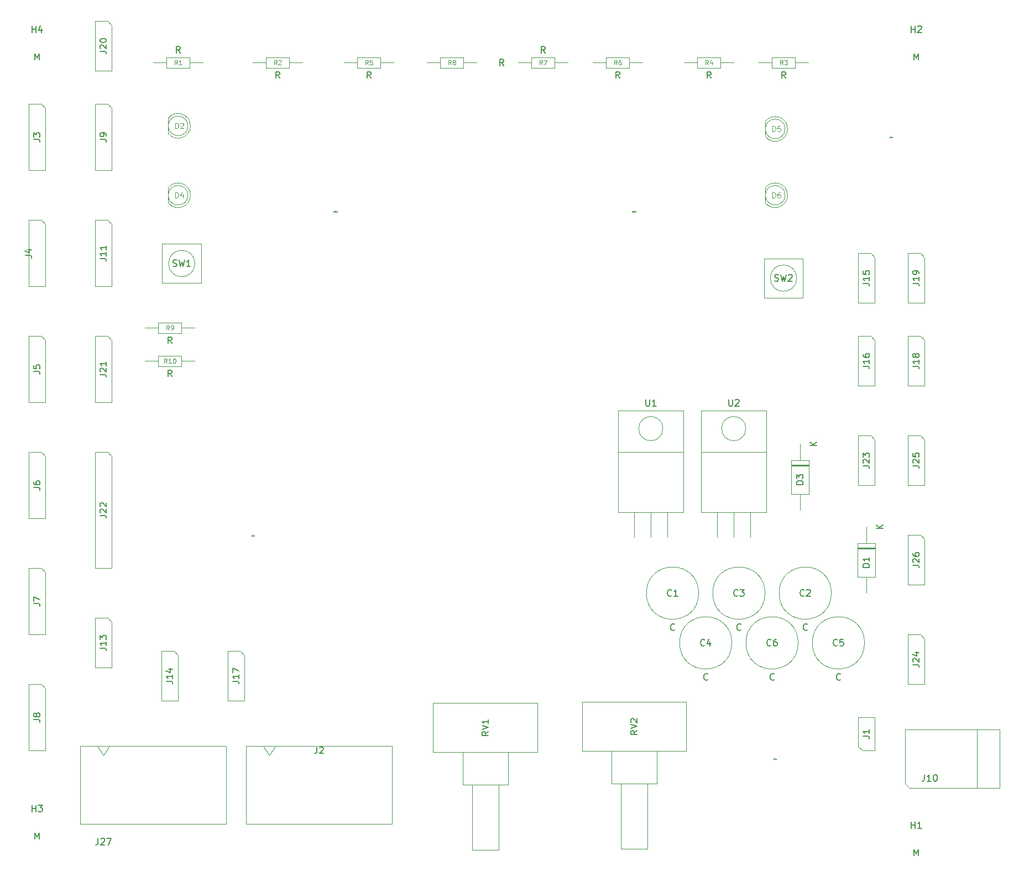
<source format=gbr>
%TF.GenerationSoftware,KiCad,Pcbnew,7.0.10*%
%TF.CreationDate,2024-07-04T23:25:59-06:00*%
%TF.ProjectId,ESP32WROOM30PIN_CARRIER_BOARD_KELLA,45535033-3257-4524-9f4f-4d333050494e,rev?*%
%TF.SameCoordinates,Original*%
%TF.FileFunction,AssemblyDrawing,Top*%
%FSLAX46Y46*%
G04 Gerber Fmt 4.6, Leading zero omitted, Abs format (unit mm)*
G04 Created by KiCad (PCBNEW 7.0.10) date 2024-07-04 23:25:59*
%MOMM*%
%LPD*%
G01*
G04 APERTURE LIST*
%ADD10C,0.150000*%
%ADD11C,0.108000*%
%ADD12C,0.120000*%
%ADD13C,0.100000*%
G04 APERTURE END LIST*
D10*
X49839523Y-31554819D02*
X49506190Y-31078628D01*
X49268095Y-31554819D02*
X49268095Y-30554819D01*
X49268095Y-30554819D02*
X49649047Y-30554819D01*
X49649047Y-30554819D02*
X49744285Y-30602438D01*
X49744285Y-30602438D02*
X49791904Y-30650057D01*
X49791904Y-30650057D02*
X49839523Y-30745295D01*
X49839523Y-30745295D02*
X49839523Y-30888152D01*
X49839523Y-30888152D02*
X49791904Y-30983390D01*
X49791904Y-30983390D02*
X49744285Y-31031009D01*
X49744285Y-31031009D02*
X49649047Y-31078628D01*
X49649047Y-31078628D02*
X49268095Y-31078628D01*
D11*
X49410000Y-33347469D02*
X49170000Y-33004612D01*
X48998571Y-33347469D02*
X48998571Y-32627469D01*
X48998571Y-32627469D02*
X49272857Y-32627469D01*
X49272857Y-32627469D02*
X49341428Y-32661755D01*
X49341428Y-32661755D02*
X49375714Y-32696041D01*
X49375714Y-32696041D02*
X49410000Y-32764612D01*
X49410000Y-32764612D02*
X49410000Y-32867469D01*
X49410000Y-32867469D02*
X49375714Y-32936041D01*
X49375714Y-32936041D02*
X49341428Y-32970326D01*
X49341428Y-32970326D02*
X49272857Y-33004612D01*
X49272857Y-33004612D02*
X48998571Y-33004612D01*
X50095714Y-33347469D02*
X49684285Y-33347469D01*
X49890000Y-33347469D02*
X49890000Y-32627469D01*
X49890000Y-32627469D02*
X49821428Y-32730326D01*
X49821428Y-32730326D02*
X49752857Y-32798898D01*
X49752857Y-32798898D02*
X49684285Y-32833184D01*
D10*
X37554819Y-80819523D02*
X38269104Y-80819523D01*
X38269104Y-80819523D02*
X38411961Y-80867142D01*
X38411961Y-80867142D02*
X38507200Y-80962380D01*
X38507200Y-80962380D02*
X38554819Y-81105237D01*
X38554819Y-81105237D02*
X38554819Y-81200475D01*
X37650057Y-80390951D02*
X37602438Y-80343332D01*
X37602438Y-80343332D02*
X37554819Y-80248094D01*
X37554819Y-80248094D02*
X37554819Y-80009999D01*
X37554819Y-80009999D02*
X37602438Y-79914761D01*
X37602438Y-79914761D02*
X37650057Y-79867142D01*
X37650057Y-79867142D02*
X37745295Y-79819523D01*
X37745295Y-79819523D02*
X37840533Y-79819523D01*
X37840533Y-79819523D02*
X37983390Y-79867142D01*
X37983390Y-79867142D02*
X38554819Y-80438570D01*
X38554819Y-80438570D02*
X38554819Y-79819523D01*
X38554819Y-78867142D02*
X38554819Y-79438570D01*
X38554819Y-79152856D02*
X37554819Y-79152856D01*
X37554819Y-79152856D02*
X37697676Y-79248094D01*
X37697676Y-79248094D02*
X37792914Y-79343332D01*
X37792914Y-79343332D02*
X37840533Y-79438570D01*
X162226667Y-154514819D02*
X162226667Y-153514819D01*
X162226667Y-153514819D02*
X162560000Y-154229104D01*
X162560000Y-154229104D02*
X162893333Y-153514819D01*
X162893333Y-153514819D02*
X162893333Y-154514819D01*
X161798095Y-150314819D02*
X161798095Y-149314819D01*
X161798095Y-149791009D02*
X162369523Y-149791009D01*
X162369523Y-150314819D02*
X162369523Y-149314819D01*
X163369523Y-150314819D02*
X162798095Y-150314819D01*
X163083809Y-150314819D02*
X163083809Y-149314819D01*
X163083809Y-149314819D02*
X162988571Y-149457676D01*
X162988571Y-149457676D02*
X162893333Y-149552914D01*
X162893333Y-149552914D02*
X162798095Y-149600533D01*
X157494819Y-104401904D02*
X156494819Y-104401904D01*
X157494819Y-103830476D02*
X156923390Y-104259047D01*
X156494819Y-103830476D02*
X157066247Y-104401904D01*
X155394819Y-110348094D02*
X154394819Y-110348094D01*
X154394819Y-110348094D02*
X154394819Y-110109999D01*
X154394819Y-110109999D02*
X154442438Y-109967142D01*
X154442438Y-109967142D02*
X154537676Y-109871904D01*
X154537676Y-109871904D02*
X154632914Y-109824285D01*
X154632914Y-109824285D02*
X154823390Y-109776666D01*
X154823390Y-109776666D02*
X154966247Y-109776666D01*
X154966247Y-109776666D02*
X155156723Y-109824285D01*
X155156723Y-109824285D02*
X155251961Y-109871904D01*
X155251961Y-109871904D02*
X155347200Y-109967142D01*
X155347200Y-109967142D02*
X155394819Y-110109999D01*
X155394819Y-110109999D02*
X155394819Y-110348094D01*
X155394819Y-108824285D02*
X155394819Y-109395713D01*
X155394819Y-109109999D02*
X154394819Y-109109999D01*
X154394819Y-109109999D02*
X154537676Y-109205237D01*
X154537676Y-109205237D02*
X154632914Y-109300475D01*
X154632914Y-109300475D02*
X154680533Y-109395713D01*
X162014819Y-94789523D02*
X162729104Y-94789523D01*
X162729104Y-94789523D02*
X162871961Y-94837142D01*
X162871961Y-94837142D02*
X162967200Y-94932380D01*
X162967200Y-94932380D02*
X163014819Y-95075237D01*
X163014819Y-95075237D02*
X163014819Y-95170475D01*
X162110057Y-94360951D02*
X162062438Y-94313332D01*
X162062438Y-94313332D02*
X162014819Y-94218094D01*
X162014819Y-94218094D02*
X162014819Y-93979999D01*
X162014819Y-93979999D02*
X162062438Y-93884761D01*
X162062438Y-93884761D02*
X162110057Y-93837142D01*
X162110057Y-93837142D02*
X162205295Y-93789523D01*
X162205295Y-93789523D02*
X162300533Y-93789523D01*
X162300533Y-93789523D02*
X162443390Y-93837142D01*
X162443390Y-93837142D02*
X163014819Y-94408570D01*
X163014819Y-94408570D02*
X163014819Y-93789523D01*
X162014819Y-92884761D02*
X162014819Y-93360951D01*
X162014819Y-93360951D02*
X162491009Y-93408570D01*
X162491009Y-93408570D02*
X162443390Y-93360951D01*
X162443390Y-93360951D02*
X162395771Y-93265713D01*
X162395771Y-93265713D02*
X162395771Y-93027618D01*
X162395771Y-93027618D02*
X162443390Y-92932380D01*
X162443390Y-92932380D02*
X162491009Y-92884761D01*
X162491009Y-92884761D02*
X162586247Y-92837142D01*
X162586247Y-92837142D02*
X162824342Y-92837142D01*
X162824342Y-92837142D02*
X162919580Y-92884761D01*
X162919580Y-92884761D02*
X162967200Y-92932380D01*
X162967200Y-92932380D02*
X163014819Y-93027618D01*
X163014819Y-93027618D02*
X163014819Y-93265713D01*
X163014819Y-93265713D02*
X162967200Y-93360951D01*
X162967200Y-93360951D02*
X162919580Y-93408570D01*
X70786666Y-137854819D02*
X70786666Y-138569104D01*
X70786666Y-138569104D02*
X70739047Y-138711961D01*
X70739047Y-138711961D02*
X70643809Y-138807200D01*
X70643809Y-138807200D02*
X70500952Y-138854819D01*
X70500952Y-138854819D02*
X70405714Y-138854819D01*
X71215238Y-137950057D02*
X71262857Y-137902438D01*
X71262857Y-137902438D02*
X71358095Y-137854819D01*
X71358095Y-137854819D02*
X71596190Y-137854819D01*
X71596190Y-137854819D02*
X71691428Y-137902438D01*
X71691428Y-137902438D02*
X71739047Y-137950057D01*
X71739047Y-137950057D02*
X71786666Y-138045295D01*
X71786666Y-138045295D02*
X71786666Y-138140533D01*
X71786666Y-138140533D02*
X71739047Y-138283390D01*
X71739047Y-138283390D02*
X71167619Y-138854819D01*
X71167619Y-138854819D02*
X71786666Y-138854819D01*
X119834819Y-135335238D02*
X119358628Y-135668571D01*
X119834819Y-135906666D02*
X118834819Y-135906666D01*
X118834819Y-135906666D02*
X118834819Y-135525714D01*
X118834819Y-135525714D02*
X118882438Y-135430476D01*
X118882438Y-135430476D02*
X118930057Y-135382857D01*
X118930057Y-135382857D02*
X119025295Y-135335238D01*
X119025295Y-135335238D02*
X119168152Y-135335238D01*
X119168152Y-135335238D02*
X119263390Y-135382857D01*
X119263390Y-135382857D02*
X119311009Y-135430476D01*
X119311009Y-135430476D02*
X119358628Y-135525714D01*
X119358628Y-135525714D02*
X119358628Y-135906666D01*
X118834819Y-135049523D02*
X119834819Y-134716190D01*
X119834819Y-134716190D02*
X118834819Y-134382857D01*
X118930057Y-134097142D02*
X118882438Y-134049523D01*
X118882438Y-134049523D02*
X118834819Y-133954285D01*
X118834819Y-133954285D02*
X118834819Y-133716190D01*
X118834819Y-133716190D02*
X118882438Y-133620952D01*
X118882438Y-133620952D02*
X118930057Y-133573333D01*
X118930057Y-133573333D02*
X119025295Y-133525714D01*
X119025295Y-133525714D02*
X119120533Y-133525714D01*
X119120533Y-133525714D02*
X119263390Y-133573333D01*
X119263390Y-133573333D02*
X119834819Y-134144761D01*
X119834819Y-134144761D02*
X119834819Y-133525714D01*
X162226667Y-32594819D02*
X162226667Y-31594819D01*
X162226667Y-31594819D02*
X162560000Y-32309104D01*
X162560000Y-32309104D02*
X162893333Y-31594819D01*
X162893333Y-31594819D02*
X162893333Y-32594819D01*
X161798095Y-28394819D02*
X161798095Y-27394819D01*
X161798095Y-27871009D02*
X162369523Y-27871009D01*
X162369523Y-28394819D02*
X162369523Y-27394819D01*
X162798095Y-27490057D02*
X162845714Y-27442438D01*
X162845714Y-27442438D02*
X162940952Y-27394819D01*
X162940952Y-27394819D02*
X163179047Y-27394819D01*
X163179047Y-27394819D02*
X163274285Y-27442438D01*
X163274285Y-27442438D02*
X163321904Y-27490057D01*
X163321904Y-27490057D02*
X163369523Y-27585295D01*
X163369523Y-27585295D02*
X163369523Y-27680533D01*
X163369523Y-27680533D02*
X163321904Y-27823390D01*
X163321904Y-27823390D02*
X162750476Y-28394819D01*
X162750476Y-28394819D02*
X163369523Y-28394819D01*
X48569523Y-76034819D02*
X48236190Y-75558628D01*
X47998095Y-76034819D02*
X47998095Y-75034819D01*
X47998095Y-75034819D02*
X48379047Y-75034819D01*
X48379047Y-75034819D02*
X48474285Y-75082438D01*
X48474285Y-75082438D02*
X48521904Y-75130057D01*
X48521904Y-75130057D02*
X48569523Y-75225295D01*
X48569523Y-75225295D02*
X48569523Y-75368152D01*
X48569523Y-75368152D02*
X48521904Y-75463390D01*
X48521904Y-75463390D02*
X48474285Y-75511009D01*
X48474285Y-75511009D02*
X48379047Y-75558628D01*
X48379047Y-75558628D02*
X47998095Y-75558628D01*
D11*
X48140000Y-73987469D02*
X47900000Y-73644612D01*
X47728571Y-73987469D02*
X47728571Y-73267469D01*
X47728571Y-73267469D02*
X48002857Y-73267469D01*
X48002857Y-73267469D02*
X48071428Y-73301755D01*
X48071428Y-73301755D02*
X48105714Y-73336041D01*
X48105714Y-73336041D02*
X48140000Y-73404612D01*
X48140000Y-73404612D02*
X48140000Y-73507469D01*
X48140000Y-73507469D02*
X48105714Y-73576041D01*
X48105714Y-73576041D02*
X48071428Y-73610326D01*
X48071428Y-73610326D02*
X48002857Y-73644612D01*
X48002857Y-73644612D02*
X47728571Y-73644612D01*
X48482857Y-73987469D02*
X48620000Y-73987469D01*
X48620000Y-73987469D02*
X48688571Y-73953184D01*
X48688571Y-73953184D02*
X48722857Y-73918898D01*
X48722857Y-73918898D02*
X48791428Y-73816041D01*
X48791428Y-73816041D02*
X48825714Y-73678898D01*
X48825714Y-73678898D02*
X48825714Y-73404612D01*
X48825714Y-73404612D02*
X48791428Y-73336041D01*
X48791428Y-73336041D02*
X48757143Y-73301755D01*
X48757143Y-73301755D02*
X48688571Y-73267469D01*
X48688571Y-73267469D02*
X48551428Y-73267469D01*
X48551428Y-73267469D02*
X48482857Y-73301755D01*
X48482857Y-73301755D02*
X48448571Y-73336041D01*
X48448571Y-73336041D02*
X48414285Y-73404612D01*
X48414285Y-73404612D02*
X48414285Y-73576041D01*
X48414285Y-73576041D02*
X48448571Y-73644612D01*
X48448571Y-73644612D02*
X48482857Y-73678898D01*
X48482857Y-73678898D02*
X48551428Y-73713184D01*
X48551428Y-73713184D02*
X48688571Y-73713184D01*
X48688571Y-73713184D02*
X48757143Y-73678898D01*
X48757143Y-73678898D02*
X48791428Y-73644612D01*
X48791428Y-73644612D02*
X48825714Y-73576041D01*
D10*
X48569523Y-81114819D02*
X48236190Y-80638628D01*
X47998095Y-81114819D02*
X47998095Y-80114819D01*
X47998095Y-80114819D02*
X48379047Y-80114819D01*
X48379047Y-80114819D02*
X48474285Y-80162438D01*
X48474285Y-80162438D02*
X48521904Y-80210057D01*
X48521904Y-80210057D02*
X48569523Y-80305295D01*
X48569523Y-80305295D02*
X48569523Y-80448152D01*
X48569523Y-80448152D02*
X48521904Y-80543390D01*
X48521904Y-80543390D02*
X48474285Y-80591009D01*
X48474285Y-80591009D02*
X48379047Y-80638628D01*
X48379047Y-80638628D02*
X47998095Y-80638628D01*
D11*
X47797143Y-79067469D02*
X47557143Y-78724612D01*
X47385714Y-79067469D02*
X47385714Y-78347469D01*
X47385714Y-78347469D02*
X47660000Y-78347469D01*
X47660000Y-78347469D02*
X47728571Y-78381755D01*
X47728571Y-78381755D02*
X47762857Y-78416041D01*
X47762857Y-78416041D02*
X47797143Y-78484612D01*
X47797143Y-78484612D02*
X47797143Y-78587469D01*
X47797143Y-78587469D02*
X47762857Y-78656041D01*
X47762857Y-78656041D02*
X47728571Y-78690326D01*
X47728571Y-78690326D02*
X47660000Y-78724612D01*
X47660000Y-78724612D02*
X47385714Y-78724612D01*
X48482857Y-79067469D02*
X48071428Y-79067469D01*
X48277143Y-79067469D02*
X48277143Y-78347469D01*
X48277143Y-78347469D02*
X48208571Y-78450326D01*
X48208571Y-78450326D02*
X48140000Y-78518898D01*
X48140000Y-78518898D02*
X48071428Y-78553184D01*
X48928571Y-78347469D02*
X48997142Y-78347469D01*
X48997142Y-78347469D02*
X49065714Y-78381755D01*
X49065714Y-78381755D02*
X49100000Y-78416041D01*
X49100000Y-78416041D02*
X49134285Y-78484612D01*
X49134285Y-78484612D02*
X49168571Y-78621755D01*
X49168571Y-78621755D02*
X49168571Y-78793184D01*
X49168571Y-78793184D02*
X49134285Y-78930326D01*
X49134285Y-78930326D02*
X49100000Y-78998898D01*
X49100000Y-78998898D02*
X49065714Y-79033184D01*
X49065714Y-79033184D02*
X48997142Y-79067469D01*
X48997142Y-79067469D02*
X48928571Y-79067469D01*
X48928571Y-79067469D02*
X48860000Y-79033184D01*
X48860000Y-79033184D02*
X48825714Y-78998898D01*
X48825714Y-78998898D02*
X48791428Y-78930326D01*
X48791428Y-78930326D02*
X48757142Y-78793184D01*
X48757142Y-78793184D02*
X48757142Y-78621755D01*
X48757142Y-78621755D02*
X48791428Y-78484612D01*
X48791428Y-78484612D02*
X48825714Y-78416041D01*
X48825714Y-78416041D02*
X48860000Y-78381755D01*
X48860000Y-78381755D02*
X48928571Y-78347469D01*
D10*
X135719523Y-119909580D02*
X135671904Y-119957200D01*
X135671904Y-119957200D02*
X135529047Y-120004819D01*
X135529047Y-120004819D02*
X135433809Y-120004819D01*
X135433809Y-120004819D02*
X135290952Y-119957200D01*
X135290952Y-119957200D02*
X135195714Y-119861961D01*
X135195714Y-119861961D02*
X135148095Y-119766723D01*
X135148095Y-119766723D02*
X135100476Y-119576247D01*
X135100476Y-119576247D02*
X135100476Y-119433390D01*
X135100476Y-119433390D02*
X135148095Y-119242914D01*
X135148095Y-119242914D02*
X135195714Y-119147676D01*
X135195714Y-119147676D02*
X135290952Y-119052438D01*
X135290952Y-119052438D02*
X135433809Y-119004819D01*
X135433809Y-119004819D02*
X135529047Y-119004819D01*
X135529047Y-119004819D02*
X135671904Y-119052438D01*
X135671904Y-119052438D02*
X135719523Y-119100057D01*
X135243333Y-114659580D02*
X135195714Y-114707200D01*
X135195714Y-114707200D02*
X135052857Y-114754819D01*
X135052857Y-114754819D02*
X134957619Y-114754819D01*
X134957619Y-114754819D02*
X134814762Y-114707200D01*
X134814762Y-114707200D02*
X134719524Y-114611961D01*
X134719524Y-114611961D02*
X134671905Y-114516723D01*
X134671905Y-114516723D02*
X134624286Y-114326247D01*
X134624286Y-114326247D02*
X134624286Y-114183390D01*
X134624286Y-114183390D02*
X134671905Y-113992914D01*
X134671905Y-113992914D02*
X134719524Y-113897676D01*
X134719524Y-113897676D02*
X134814762Y-113802438D01*
X134814762Y-113802438D02*
X134957619Y-113754819D01*
X134957619Y-113754819D02*
X135052857Y-113754819D01*
X135052857Y-113754819D02*
X135195714Y-113802438D01*
X135195714Y-113802438D02*
X135243333Y-113850057D01*
X135576667Y-113754819D02*
X136195714Y-113754819D01*
X136195714Y-113754819D02*
X135862381Y-114135771D01*
X135862381Y-114135771D02*
X136005238Y-114135771D01*
X136005238Y-114135771D02*
X136100476Y-114183390D01*
X136100476Y-114183390D02*
X136148095Y-114231009D01*
X136148095Y-114231009D02*
X136195714Y-114326247D01*
X136195714Y-114326247D02*
X136195714Y-114564342D01*
X136195714Y-114564342D02*
X136148095Y-114659580D01*
X136148095Y-114659580D02*
X136100476Y-114707200D01*
X136100476Y-114707200D02*
X136005238Y-114754819D01*
X136005238Y-114754819D02*
X135719524Y-114754819D01*
X135719524Y-114754819D02*
X135624286Y-114707200D01*
X135624286Y-114707200D02*
X135576667Y-114659580D01*
X140708095Y-139773866D02*
X140755714Y-139726247D01*
X140755714Y-139726247D02*
X140850952Y-139678628D01*
X140850952Y-139678628D02*
X141041428Y-139773866D01*
X141041428Y-139773866D02*
X141136666Y-139726247D01*
X141136666Y-139726247D02*
X141184285Y-139678628D01*
X37290476Y-151854819D02*
X37290476Y-152569104D01*
X37290476Y-152569104D02*
X37242857Y-152711961D01*
X37242857Y-152711961D02*
X37147619Y-152807200D01*
X37147619Y-152807200D02*
X37004762Y-152854819D01*
X37004762Y-152854819D02*
X36909524Y-152854819D01*
X37719048Y-151950057D02*
X37766667Y-151902438D01*
X37766667Y-151902438D02*
X37861905Y-151854819D01*
X37861905Y-151854819D02*
X38100000Y-151854819D01*
X38100000Y-151854819D02*
X38195238Y-151902438D01*
X38195238Y-151902438D02*
X38242857Y-151950057D01*
X38242857Y-151950057D02*
X38290476Y-152045295D01*
X38290476Y-152045295D02*
X38290476Y-152140533D01*
X38290476Y-152140533D02*
X38242857Y-152283390D01*
X38242857Y-152283390D02*
X37671429Y-152854819D01*
X37671429Y-152854819D02*
X38290476Y-152854819D01*
X38623810Y-151854819D02*
X39290476Y-151854819D01*
X39290476Y-151854819D02*
X38861905Y-152854819D01*
X147334819Y-91701904D02*
X146334819Y-91701904D01*
X147334819Y-91130476D02*
X146763390Y-91559047D01*
X146334819Y-91130476D02*
X146906247Y-91701904D01*
X145234819Y-97648094D02*
X144234819Y-97648094D01*
X144234819Y-97648094D02*
X144234819Y-97409999D01*
X144234819Y-97409999D02*
X144282438Y-97267142D01*
X144282438Y-97267142D02*
X144377676Y-97171904D01*
X144377676Y-97171904D02*
X144472914Y-97124285D01*
X144472914Y-97124285D02*
X144663390Y-97076666D01*
X144663390Y-97076666D02*
X144806247Y-97076666D01*
X144806247Y-97076666D02*
X144996723Y-97124285D01*
X144996723Y-97124285D02*
X145091961Y-97171904D01*
X145091961Y-97171904D02*
X145187200Y-97267142D01*
X145187200Y-97267142D02*
X145234819Y-97409999D01*
X145234819Y-97409999D02*
X145234819Y-97648094D01*
X144234819Y-96743332D02*
X144234819Y-96124285D01*
X144234819Y-96124285D02*
X144615771Y-96457618D01*
X144615771Y-96457618D02*
X144615771Y-96314761D01*
X144615771Y-96314761D02*
X144663390Y-96219523D01*
X144663390Y-96219523D02*
X144711009Y-96171904D01*
X144711009Y-96171904D02*
X144806247Y-96124285D01*
X144806247Y-96124285D02*
X145044342Y-96124285D01*
X145044342Y-96124285D02*
X145139580Y-96171904D01*
X145139580Y-96171904D02*
X145187200Y-96219523D01*
X145187200Y-96219523D02*
X145234819Y-96314761D01*
X145234819Y-96314761D02*
X145234819Y-96600475D01*
X145234819Y-96600475D02*
X145187200Y-96695713D01*
X145187200Y-96695713D02*
X145139580Y-96743332D01*
X60798095Y-105583866D02*
X60845714Y-105536247D01*
X60845714Y-105536247D02*
X60940952Y-105488628D01*
X60940952Y-105488628D02*
X61131428Y-105583866D01*
X61131428Y-105583866D02*
X61226666Y-105536247D01*
X61226666Y-105536247D02*
X61274285Y-105488628D01*
X27394819Y-80343333D02*
X28109104Y-80343333D01*
X28109104Y-80343333D02*
X28251961Y-80390952D01*
X28251961Y-80390952D02*
X28347200Y-80486190D01*
X28347200Y-80486190D02*
X28394819Y-80629047D01*
X28394819Y-80629047D02*
X28394819Y-80724285D01*
X27394819Y-79390952D02*
X27394819Y-79867142D01*
X27394819Y-79867142D02*
X27871009Y-79914761D01*
X27871009Y-79914761D02*
X27823390Y-79867142D01*
X27823390Y-79867142D02*
X27775771Y-79771904D01*
X27775771Y-79771904D02*
X27775771Y-79533809D01*
X27775771Y-79533809D02*
X27823390Y-79438571D01*
X27823390Y-79438571D02*
X27871009Y-79390952D01*
X27871009Y-79390952D02*
X27966247Y-79343333D01*
X27966247Y-79343333D02*
X28204342Y-79343333D01*
X28204342Y-79343333D02*
X28299580Y-79390952D01*
X28299580Y-79390952D02*
X28347200Y-79438571D01*
X28347200Y-79438571D02*
X28394819Y-79533809D01*
X28394819Y-79533809D02*
X28394819Y-79771904D01*
X28394819Y-79771904D02*
X28347200Y-79867142D01*
X28347200Y-79867142D02*
X28299580Y-79914761D01*
X140799523Y-127529580D02*
X140751904Y-127577200D01*
X140751904Y-127577200D02*
X140609047Y-127624819D01*
X140609047Y-127624819D02*
X140513809Y-127624819D01*
X140513809Y-127624819D02*
X140370952Y-127577200D01*
X140370952Y-127577200D02*
X140275714Y-127481961D01*
X140275714Y-127481961D02*
X140228095Y-127386723D01*
X140228095Y-127386723D02*
X140180476Y-127196247D01*
X140180476Y-127196247D02*
X140180476Y-127053390D01*
X140180476Y-127053390D02*
X140228095Y-126862914D01*
X140228095Y-126862914D02*
X140275714Y-126767676D01*
X140275714Y-126767676D02*
X140370952Y-126672438D01*
X140370952Y-126672438D02*
X140513809Y-126624819D01*
X140513809Y-126624819D02*
X140609047Y-126624819D01*
X140609047Y-126624819D02*
X140751904Y-126672438D01*
X140751904Y-126672438D02*
X140799523Y-126720057D01*
X140323333Y-122279580D02*
X140275714Y-122327200D01*
X140275714Y-122327200D02*
X140132857Y-122374819D01*
X140132857Y-122374819D02*
X140037619Y-122374819D01*
X140037619Y-122374819D02*
X139894762Y-122327200D01*
X139894762Y-122327200D02*
X139799524Y-122231961D01*
X139799524Y-122231961D02*
X139751905Y-122136723D01*
X139751905Y-122136723D02*
X139704286Y-121946247D01*
X139704286Y-121946247D02*
X139704286Y-121803390D01*
X139704286Y-121803390D02*
X139751905Y-121612914D01*
X139751905Y-121612914D02*
X139799524Y-121517676D01*
X139799524Y-121517676D02*
X139894762Y-121422438D01*
X139894762Y-121422438D02*
X140037619Y-121374819D01*
X140037619Y-121374819D02*
X140132857Y-121374819D01*
X140132857Y-121374819D02*
X140275714Y-121422438D01*
X140275714Y-121422438D02*
X140323333Y-121470057D01*
X141180476Y-121374819D02*
X140990000Y-121374819D01*
X140990000Y-121374819D02*
X140894762Y-121422438D01*
X140894762Y-121422438D02*
X140847143Y-121470057D01*
X140847143Y-121470057D02*
X140751905Y-121612914D01*
X140751905Y-121612914D02*
X140704286Y-121803390D01*
X140704286Y-121803390D02*
X140704286Y-122184342D01*
X140704286Y-122184342D02*
X140751905Y-122279580D01*
X140751905Y-122279580D02*
X140799524Y-122327200D01*
X140799524Y-122327200D02*
X140894762Y-122374819D01*
X140894762Y-122374819D02*
X141085238Y-122374819D01*
X141085238Y-122374819D02*
X141180476Y-122327200D01*
X141180476Y-122327200D02*
X141228095Y-122279580D01*
X141228095Y-122279580D02*
X141275714Y-122184342D01*
X141275714Y-122184342D02*
X141275714Y-121946247D01*
X141275714Y-121946247D02*
X141228095Y-121851009D01*
X141228095Y-121851009D02*
X141180476Y-121803390D01*
X141180476Y-121803390D02*
X141085238Y-121755771D01*
X141085238Y-121755771D02*
X140894762Y-121755771D01*
X140894762Y-121755771D02*
X140799524Y-121803390D01*
X140799524Y-121803390D02*
X140751905Y-121851009D01*
X140751905Y-121851009D02*
X140704286Y-121946247D01*
X140906667Y-66447200D02*
X141049524Y-66494819D01*
X141049524Y-66494819D02*
X141287619Y-66494819D01*
X141287619Y-66494819D02*
X141382857Y-66447200D01*
X141382857Y-66447200D02*
X141430476Y-66399580D01*
X141430476Y-66399580D02*
X141478095Y-66304342D01*
X141478095Y-66304342D02*
X141478095Y-66209104D01*
X141478095Y-66209104D02*
X141430476Y-66113866D01*
X141430476Y-66113866D02*
X141382857Y-66066247D01*
X141382857Y-66066247D02*
X141287619Y-66018628D01*
X141287619Y-66018628D02*
X141097143Y-65971009D01*
X141097143Y-65971009D02*
X141001905Y-65923390D01*
X141001905Y-65923390D02*
X140954286Y-65875771D01*
X140954286Y-65875771D02*
X140906667Y-65780533D01*
X140906667Y-65780533D02*
X140906667Y-65685295D01*
X140906667Y-65685295D02*
X140954286Y-65590057D01*
X140954286Y-65590057D02*
X141001905Y-65542438D01*
X141001905Y-65542438D02*
X141097143Y-65494819D01*
X141097143Y-65494819D02*
X141335238Y-65494819D01*
X141335238Y-65494819D02*
X141478095Y-65542438D01*
X141811429Y-65494819D02*
X142049524Y-66494819D01*
X142049524Y-66494819D02*
X142240000Y-65780533D01*
X142240000Y-65780533D02*
X142430476Y-66494819D01*
X142430476Y-66494819D02*
X142668572Y-65494819D01*
X143001905Y-65590057D02*
X143049524Y-65542438D01*
X143049524Y-65542438D02*
X143144762Y-65494819D01*
X143144762Y-65494819D02*
X143382857Y-65494819D01*
X143382857Y-65494819D02*
X143478095Y-65542438D01*
X143478095Y-65542438D02*
X143525714Y-65590057D01*
X143525714Y-65590057D02*
X143573333Y-65685295D01*
X143573333Y-65685295D02*
X143573333Y-65780533D01*
X143573333Y-65780533D02*
X143525714Y-65923390D01*
X143525714Y-65923390D02*
X142954286Y-66494819D01*
X142954286Y-66494819D02*
X143573333Y-66494819D01*
X99369523Y-33474819D02*
X99036190Y-32998628D01*
X98798095Y-33474819D02*
X98798095Y-32474819D01*
X98798095Y-32474819D02*
X99179047Y-32474819D01*
X99179047Y-32474819D02*
X99274285Y-32522438D01*
X99274285Y-32522438D02*
X99321904Y-32570057D01*
X99321904Y-32570057D02*
X99369523Y-32665295D01*
X99369523Y-32665295D02*
X99369523Y-32808152D01*
X99369523Y-32808152D02*
X99321904Y-32903390D01*
X99321904Y-32903390D02*
X99274285Y-32951009D01*
X99274285Y-32951009D02*
X99179047Y-32998628D01*
X99179047Y-32998628D02*
X98798095Y-32998628D01*
D11*
X91320000Y-33347469D02*
X91080000Y-33004612D01*
X90908571Y-33347469D02*
X90908571Y-32627469D01*
X90908571Y-32627469D02*
X91182857Y-32627469D01*
X91182857Y-32627469D02*
X91251428Y-32661755D01*
X91251428Y-32661755D02*
X91285714Y-32696041D01*
X91285714Y-32696041D02*
X91320000Y-32764612D01*
X91320000Y-32764612D02*
X91320000Y-32867469D01*
X91320000Y-32867469D02*
X91285714Y-32936041D01*
X91285714Y-32936041D02*
X91251428Y-32970326D01*
X91251428Y-32970326D02*
X91182857Y-33004612D01*
X91182857Y-33004612D02*
X90908571Y-33004612D01*
X91731428Y-32936041D02*
X91662857Y-32901755D01*
X91662857Y-32901755D02*
X91628571Y-32867469D01*
X91628571Y-32867469D02*
X91594285Y-32798898D01*
X91594285Y-32798898D02*
X91594285Y-32764612D01*
X91594285Y-32764612D02*
X91628571Y-32696041D01*
X91628571Y-32696041D02*
X91662857Y-32661755D01*
X91662857Y-32661755D02*
X91731428Y-32627469D01*
X91731428Y-32627469D02*
X91868571Y-32627469D01*
X91868571Y-32627469D02*
X91937143Y-32661755D01*
X91937143Y-32661755D02*
X91971428Y-32696041D01*
X91971428Y-32696041D02*
X92005714Y-32764612D01*
X92005714Y-32764612D02*
X92005714Y-32798898D01*
X92005714Y-32798898D02*
X91971428Y-32867469D01*
X91971428Y-32867469D02*
X91937143Y-32901755D01*
X91937143Y-32901755D02*
X91868571Y-32936041D01*
X91868571Y-32936041D02*
X91731428Y-32936041D01*
X91731428Y-32936041D02*
X91662857Y-32970326D01*
X91662857Y-32970326D02*
X91628571Y-33004612D01*
X91628571Y-33004612D02*
X91594285Y-33073184D01*
X91594285Y-33073184D02*
X91594285Y-33210326D01*
X91594285Y-33210326D02*
X91628571Y-33278898D01*
X91628571Y-33278898D02*
X91662857Y-33313184D01*
X91662857Y-33313184D02*
X91731428Y-33347469D01*
X91731428Y-33347469D02*
X91868571Y-33347469D01*
X91868571Y-33347469D02*
X91937143Y-33313184D01*
X91937143Y-33313184D02*
X91971428Y-33278898D01*
X91971428Y-33278898D02*
X92005714Y-33210326D01*
X92005714Y-33210326D02*
X92005714Y-33073184D01*
X92005714Y-33073184D02*
X91971428Y-33004612D01*
X91971428Y-33004612D02*
X91937143Y-32970326D01*
X91937143Y-32970326D02*
X91868571Y-32936041D01*
D10*
X27394819Y-98123333D02*
X28109104Y-98123333D01*
X28109104Y-98123333D02*
X28251961Y-98170952D01*
X28251961Y-98170952D02*
X28347200Y-98266190D01*
X28347200Y-98266190D02*
X28394819Y-98409047D01*
X28394819Y-98409047D02*
X28394819Y-98504285D01*
X27394819Y-97218571D02*
X27394819Y-97409047D01*
X27394819Y-97409047D02*
X27442438Y-97504285D01*
X27442438Y-97504285D02*
X27490057Y-97551904D01*
X27490057Y-97551904D02*
X27632914Y-97647142D01*
X27632914Y-97647142D02*
X27823390Y-97694761D01*
X27823390Y-97694761D02*
X28204342Y-97694761D01*
X28204342Y-97694761D02*
X28299580Y-97647142D01*
X28299580Y-97647142D02*
X28347200Y-97599523D01*
X28347200Y-97599523D02*
X28394819Y-97504285D01*
X28394819Y-97504285D02*
X28394819Y-97313809D01*
X28394819Y-97313809D02*
X28347200Y-97218571D01*
X28347200Y-97218571D02*
X28299580Y-97170952D01*
X28299580Y-97170952D02*
X28204342Y-97123333D01*
X28204342Y-97123333D02*
X27966247Y-97123333D01*
X27966247Y-97123333D02*
X27871009Y-97170952D01*
X27871009Y-97170952D02*
X27823390Y-97218571D01*
X27823390Y-97218571D02*
X27775771Y-97313809D01*
X27775771Y-97313809D02*
X27775771Y-97504285D01*
X27775771Y-97504285D02*
X27823390Y-97599523D01*
X27823390Y-97599523D02*
X27871009Y-97647142D01*
X27871009Y-97647142D02*
X27966247Y-97694761D01*
X162014819Y-66849523D02*
X162729104Y-66849523D01*
X162729104Y-66849523D02*
X162871961Y-66897142D01*
X162871961Y-66897142D02*
X162967200Y-66992380D01*
X162967200Y-66992380D02*
X163014819Y-67135237D01*
X163014819Y-67135237D02*
X163014819Y-67230475D01*
X163014819Y-65849523D02*
X163014819Y-66420951D01*
X163014819Y-66135237D02*
X162014819Y-66135237D01*
X162014819Y-66135237D02*
X162157676Y-66230475D01*
X162157676Y-66230475D02*
X162252914Y-66325713D01*
X162252914Y-66325713D02*
X162300533Y-66420951D01*
X163014819Y-65373332D02*
X163014819Y-65182856D01*
X163014819Y-65182856D02*
X162967200Y-65087618D01*
X162967200Y-65087618D02*
X162919580Y-65039999D01*
X162919580Y-65039999D02*
X162776723Y-64944761D01*
X162776723Y-64944761D02*
X162586247Y-64897142D01*
X162586247Y-64897142D02*
X162205295Y-64897142D01*
X162205295Y-64897142D02*
X162110057Y-64944761D01*
X162110057Y-64944761D02*
X162062438Y-64992380D01*
X162062438Y-64992380D02*
X162014819Y-65087618D01*
X162014819Y-65087618D02*
X162014819Y-65278094D01*
X162014819Y-65278094D02*
X162062438Y-65373332D01*
X162062438Y-65373332D02*
X162110057Y-65420951D01*
X162110057Y-65420951D02*
X162205295Y-65468570D01*
X162205295Y-65468570D02*
X162443390Y-65468570D01*
X162443390Y-65468570D02*
X162538628Y-65420951D01*
X162538628Y-65420951D02*
X162586247Y-65373332D01*
X162586247Y-65373332D02*
X162633866Y-65278094D01*
X162633866Y-65278094D02*
X162633866Y-65087618D01*
X162633866Y-65087618D02*
X162586247Y-64992380D01*
X162586247Y-64992380D02*
X162538628Y-64944761D01*
X162538628Y-64944761D02*
X162443390Y-64897142D01*
X26124819Y-62563333D02*
X26839104Y-62563333D01*
X26839104Y-62563333D02*
X26981961Y-62610952D01*
X26981961Y-62610952D02*
X27077200Y-62706190D01*
X27077200Y-62706190D02*
X27124819Y-62849047D01*
X27124819Y-62849047D02*
X27124819Y-62944285D01*
X26458152Y-61658571D02*
X27124819Y-61658571D01*
X26077200Y-61896666D02*
X26791485Y-62134761D01*
X26791485Y-62134761D02*
X26791485Y-61515714D01*
X150959523Y-127529580D02*
X150911904Y-127577200D01*
X150911904Y-127577200D02*
X150769047Y-127624819D01*
X150769047Y-127624819D02*
X150673809Y-127624819D01*
X150673809Y-127624819D02*
X150530952Y-127577200D01*
X150530952Y-127577200D02*
X150435714Y-127481961D01*
X150435714Y-127481961D02*
X150388095Y-127386723D01*
X150388095Y-127386723D02*
X150340476Y-127196247D01*
X150340476Y-127196247D02*
X150340476Y-127053390D01*
X150340476Y-127053390D02*
X150388095Y-126862914D01*
X150388095Y-126862914D02*
X150435714Y-126767676D01*
X150435714Y-126767676D02*
X150530952Y-126672438D01*
X150530952Y-126672438D02*
X150673809Y-126624819D01*
X150673809Y-126624819D02*
X150769047Y-126624819D01*
X150769047Y-126624819D02*
X150911904Y-126672438D01*
X150911904Y-126672438D02*
X150959523Y-126720057D01*
X150483333Y-122279580D02*
X150435714Y-122327200D01*
X150435714Y-122327200D02*
X150292857Y-122374819D01*
X150292857Y-122374819D02*
X150197619Y-122374819D01*
X150197619Y-122374819D02*
X150054762Y-122327200D01*
X150054762Y-122327200D02*
X149959524Y-122231961D01*
X149959524Y-122231961D02*
X149911905Y-122136723D01*
X149911905Y-122136723D02*
X149864286Y-121946247D01*
X149864286Y-121946247D02*
X149864286Y-121803390D01*
X149864286Y-121803390D02*
X149911905Y-121612914D01*
X149911905Y-121612914D02*
X149959524Y-121517676D01*
X149959524Y-121517676D02*
X150054762Y-121422438D01*
X150054762Y-121422438D02*
X150197619Y-121374819D01*
X150197619Y-121374819D02*
X150292857Y-121374819D01*
X150292857Y-121374819D02*
X150435714Y-121422438D01*
X150435714Y-121422438D02*
X150483333Y-121470057D01*
X151388095Y-121374819D02*
X150911905Y-121374819D01*
X150911905Y-121374819D02*
X150864286Y-121851009D01*
X150864286Y-121851009D02*
X150911905Y-121803390D01*
X150911905Y-121803390D02*
X151007143Y-121755771D01*
X151007143Y-121755771D02*
X151245238Y-121755771D01*
X151245238Y-121755771D02*
X151340476Y-121803390D01*
X151340476Y-121803390D02*
X151388095Y-121851009D01*
X151388095Y-121851009D02*
X151435714Y-121946247D01*
X151435714Y-121946247D02*
X151435714Y-122184342D01*
X151435714Y-122184342D02*
X151388095Y-122279580D01*
X151388095Y-122279580D02*
X151340476Y-122327200D01*
X151340476Y-122327200D02*
X151245238Y-122374819D01*
X151245238Y-122374819D02*
X151007143Y-122374819D01*
X151007143Y-122374819D02*
X150911905Y-122327200D01*
X150911905Y-122327200D02*
X150864286Y-122279580D01*
X154394819Y-79549523D02*
X155109104Y-79549523D01*
X155109104Y-79549523D02*
X155251961Y-79597142D01*
X155251961Y-79597142D02*
X155347200Y-79692380D01*
X155347200Y-79692380D02*
X155394819Y-79835237D01*
X155394819Y-79835237D02*
X155394819Y-79930475D01*
X155394819Y-78549523D02*
X155394819Y-79120951D01*
X155394819Y-78835237D02*
X154394819Y-78835237D01*
X154394819Y-78835237D02*
X154537676Y-78930475D01*
X154537676Y-78930475D02*
X154632914Y-79025713D01*
X154632914Y-79025713D02*
X154680533Y-79120951D01*
X154394819Y-77692380D02*
X154394819Y-77882856D01*
X154394819Y-77882856D02*
X154442438Y-77978094D01*
X154442438Y-77978094D02*
X154490057Y-78025713D01*
X154490057Y-78025713D02*
X154632914Y-78120951D01*
X154632914Y-78120951D02*
X154823390Y-78168570D01*
X154823390Y-78168570D02*
X155204342Y-78168570D01*
X155204342Y-78168570D02*
X155299580Y-78120951D01*
X155299580Y-78120951D02*
X155347200Y-78073332D01*
X155347200Y-78073332D02*
X155394819Y-77978094D01*
X155394819Y-77978094D02*
X155394819Y-77787618D01*
X155394819Y-77787618D02*
X155347200Y-77692380D01*
X155347200Y-77692380D02*
X155299580Y-77644761D01*
X155299580Y-77644761D02*
X155204342Y-77597142D01*
X155204342Y-77597142D02*
X154966247Y-77597142D01*
X154966247Y-77597142D02*
X154871009Y-77644761D01*
X154871009Y-77644761D02*
X154823390Y-77692380D01*
X154823390Y-77692380D02*
X154775771Y-77787618D01*
X154775771Y-77787618D02*
X154775771Y-77978094D01*
X154775771Y-77978094D02*
X154823390Y-78073332D01*
X154823390Y-78073332D02*
X154871009Y-78120951D01*
X154871009Y-78120951D02*
X154966247Y-78168570D01*
X162014819Y-110029523D02*
X162729104Y-110029523D01*
X162729104Y-110029523D02*
X162871961Y-110077142D01*
X162871961Y-110077142D02*
X162967200Y-110172380D01*
X162967200Y-110172380D02*
X163014819Y-110315237D01*
X163014819Y-110315237D02*
X163014819Y-110410475D01*
X162110057Y-109600951D02*
X162062438Y-109553332D01*
X162062438Y-109553332D02*
X162014819Y-109458094D01*
X162014819Y-109458094D02*
X162014819Y-109219999D01*
X162014819Y-109219999D02*
X162062438Y-109124761D01*
X162062438Y-109124761D02*
X162110057Y-109077142D01*
X162110057Y-109077142D02*
X162205295Y-109029523D01*
X162205295Y-109029523D02*
X162300533Y-109029523D01*
X162300533Y-109029523D02*
X162443390Y-109077142D01*
X162443390Y-109077142D02*
X163014819Y-109648570D01*
X163014819Y-109648570D02*
X163014819Y-109029523D01*
X162014819Y-108172380D02*
X162014819Y-108362856D01*
X162014819Y-108362856D02*
X162062438Y-108458094D01*
X162062438Y-108458094D02*
X162110057Y-108505713D01*
X162110057Y-108505713D02*
X162252914Y-108600951D01*
X162252914Y-108600951D02*
X162443390Y-108648570D01*
X162443390Y-108648570D02*
X162824342Y-108648570D01*
X162824342Y-108648570D02*
X162919580Y-108600951D01*
X162919580Y-108600951D02*
X162967200Y-108553332D01*
X162967200Y-108553332D02*
X163014819Y-108458094D01*
X163014819Y-108458094D02*
X163014819Y-108267618D01*
X163014819Y-108267618D02*
X162967200Y-108172380D01*
X162967200Y-108172380D02*
X162919580Y-108124761D01*
X162919580Y-108124761D02*
X162824342Y-108077142D01*
X162824342Y-108077142D02*
X162586247Y-108077142D01*
X162586247Y-108077142D02*
X162491009Y-108124761D01*
X162491009Y-108124761D02*
X162443390Y-108172380D01*
X162443390Y-108172380D02*
X162395771Y-108267618D01*
X162395771Y-108267618D02*
X162395771Y-108458094D01*
X162395771Y-108458094D02*
X162443390Y-108553332D01*
X162443390Y-108553332D02*
X162491009Y-108600951D01*
X162491009Y-108600951D02*
X162586247Y-108648570D01*
D12*
X49139524Y-43073855D02*
X49139524Y-42273855D01*
X49139524Y-42273855D02*
X49330000Y-42273855D01*
X49330000Y-42273855D02*
X49444286Y-42311950D01*
X49444286Y-42311950D02*
X49520476Y-42388140D01*
X49520476Y-42388140D02*
X49558571Y-42464331D01*
X49558571Y-42464331D02*
X49596667Y-42616712D01*
X49596667Y-42616712D02*
X49596667Y-42730998D01*
X49596667Y-42730998D02*
X49558571Y-42883379D01*
X49558571Y-42883379D02*
X49520476Y-42959569D01*
X49520476Y-42959569D02*
X49444286Y-43035760D01*
X49444286Y-43035760D02*
X49330000Y-43073855D01*
X49330000Y-43073855D02*
X49139524Y-43073855D01*
X49901428Y-42350045D02*
X49939524Y-42311950D01*
X49939524Y-42311950D02*
X50015714Y-42273855D01*
X50015714Y-42273855D02*
X50206190Y-42273855D01*
X50206190Y-42273855D02*
X50282381Y-42311950D01*
X50282381Y-42311950D02*
X50320476Y-42350045D01*
X50320476Y-42350045D02*
X50358571Y-42426236D01*
X50358571Y-42426236D02*
X50358571Y-42502426D01*
X50358571Y-42502426D02*
X50320476Y-42616712D01*
X50320476Y-42616712D02*
X49863333Y-43073855D01*
X49863333Y-43073855D02*
X50358571Y-43073855D01*
D10*
X37554819Y-44783333D02*
X38269104Y-44783333D01*
X38269104Y-44783333D02*
X38411961Y-44830952D01*
X38411961Y-44830952D02*
X38507200Y-44926190D01*
X38507200Y-44926190D02*
X38554819Y-45069047D01*
X38554819Y-45069047D02*
X38554819Y-45164285D01*
X38554819Y-44259523D02*
X38554819Y-44069047D01*
X38554819Y-44069047D02*
X38507200Y-43973809D01*
X38507200Y-43973809D02*
X38459580Y-43926190D01*
X38459580Y-43926190D02*
X38316723Y-43830952D01*
X38316723Y-43830952D02*
X38126247Y-43783333D01*
X38126247Y-43783333D02*
X37745295Y-43783333D01*
X37745295Y-43783333D02*
X37650057Y-43830952D01*
X37650057Y-43830952D02*
X37602438Y-43878571D01*
X37602438Y-43878571D02*
X37554819Y-43973809D01*
X37554819Y-43973809D02*
X37554819Y-44164285D01*
X37554819Y-44164285D02*
X37602438Y-44259523D01*
X37602438Y-44259523D02*
X37650057Y-44307142D01*
X37650057Y-44307142D02*
X37745295Y-44354761D01*
X37745295Y-44354761D02*
X37983390Y-44354761D01*
X37983390Y-44354761D02*
X38078628Y-44307142D01*
X38078628Y-44307142D02*
X38126247Y-44259523D01*
X38126247Y-44259523D02*
X38173866Y-44164285D01*
X38173866Y-44164285D02*
X38173866Y-43973809D01*
X38173866Y-43973809D02*
X38126247Y-43878571D01*
X38126247Y-43878571D02*
X38078628Y-43830952D01*
X38078628Y-43830952D02*
X37983390Y-43783333D01*
X27394819Y-133683333D02*
X28109104Y-133683333D01*
X28109104Y-133683333D02*
X28251961Y-133730952D01*
X28251961Y-133730952D02*
X28347200Y-133826190D01*
X28347200Y-133826190D02*
X28394819Y-133969047D01*
X28394819Y-133969047D02*
X28394819Y-134064285D01*
X27823390Y-133064285D02*
X27775771Y-133159523D01*
X27775771Y-133159523D02*
X27728152Y-133207142D01*
X27728152Y-133207142D02*
X27632914Y-133254761D01*
X27632914Y-133254761D02*
X27585295Y-133254761D01*
X27585295Y-133254761D02*
X27490057Y-133207142D01*
X27490057Y-133207142D02*
X27442438Y-133159523D01*
X27442438Y-133159523D02*
X27394819Y-133064285D01*
X27394819Y-133064285D02*
X27394819Y-132873809D01*
X27394819Y-132873809D02*
X27442438Y-132778571D01*
X27442438Y-132778571D02*
X27490057Y-132730952D01*
X27490057Y-132730952D02*
X27585295Y-132683333D01*
X27585295Y-132683333D02*
X27632914Y-132683333D01*
X27632914Y-132683333D02*
X27728152Y-132730952D01*
X27728152Y-132730952D02*
X27775771Y-132778571D01*
X27775771Y-132778571D02*
X27823390Y-132873809D01*
X27823390Y-132873809D02*
X27823390Y-133064285D01*
X27823390Y-133064285D02*
X27871009Y-133159523D01*
X27871009Y-133159523D02*
X27918628Y-133207142D01*
X27918628Y-133207142D02*
X28013866Y-133254761D01*
X28013866Y-133254761D02*
X28204342Y-133254761D01*
X28204342Y-133254761D02*
X28299580Y-133207142D01*
X28299580Y-133207142D02*
X28347200Y-133159523D01*
X28347200Y-133159523D02*
X28394819Y-133064285D01*
X28394819Y-133064285D02*
X28394819Y-132873809D01*
X28394819Y-132873809D02*
X28347200Y-132778571D01*
X28347200Y-132778571D02*
X28299580Y-132730952D01*
X28299580Y-132730952D02*
X28204342Y-132683333D01*
X28204342Y-132683333D02*
X28013866Y-132683333D01*
X28013866Y-132683333D02*
X27918628Y-132730952D01*
X27918628Y-132730952D02*
X27871009Y-132778571D01*
X27871009Y-132778571D02*
X27823390Y-132873809D01*
D12*
X140579524Y-43543855D02*
X140579524Y-42743855D01*
X140579524Y-42743855D02*
X140770000Y-42743855D01*
X140770000Y-42743855D02*
X140884286Y-42781950D01*
X140884286Y-42781950D02*
X140960476Y-42858140D01*
X140960476Y-42858140D02*
X140998571Y-42934331D01*
X140998571Y-42934331D02*
X141036667Y-43086712D01*
X141036667Y-43086712D02*
X141036667Y-43200998D01*
X141036667Y-43200998D02*
X140998571Y-43353379D01*
X140998571Y-43353379D02*
X140960476Y-43429569D01*
X140960476Y-43429569D02*
X140884286Y-43505760D01*
X140884286Y-43505760D02*
X140770000Y-43543855D01*
X140770000Y-43543855D02*
X140579524Y-43543855D01*
X141760476Y-42743855D02*
X141379524Y-42743855D01*
X141379524Y-42743855D02*
X141341428Y-43124807D01*
X141341428Y-43124807D02*
X141379524Y-43086712D01*
X141379524Y-43086712D02*
X141455714Y-43048617D01*
X141455714Y-43048617D02*
X141646190Y-43048617D01*
X141646190Y-43048617D02*
X141722381Y-43086712D01*
X141722381Y-43086712D02*
X141760476Y-43124807D01*
X141760476Y-43124807D02*
X141798571Y-43200998D01*
X141798571Y-43200998D02*
X141798571Y-43391474D01*
X141798571Y-43391474D02*
X141760476Y-43467664D01*
X141760476Y-43467664D02*
X141722381Y-43505760D01*
X141722381Y-43505760D02*
X141646190Y-43543855D01*
X141646190Y-43543855D02*
X141455714Y-43543855D01*
X141455714Y-43543855D02*
X141379524Y-43505760D01*
X141379524Y-43505760D02*
X141341428Y-43467664D01*
D10*
X154394819Y-136223333D02*
X155109104Y-136223333D01*
X155109104Y-136223333D02*
X155251961Y-136270952D01*
X155251961Y-136270952D02*
X155347200Y-136366190D01*
X155347200Y-136366190D02*
X155394819Y-136509047D01*
X155394819Y-136509047D02*
X155394819Y-136604285D01*
X155394819Y-135223333D02*
X155394819Y-135794761D01*
X155394819Y-135509047D02*
X154394819Y-135509047D01*
X154394819Y-135509047D02*
X154537676Y-135604285D01*
X154537676Y-135604285D02*
X154632914Y-135699523D01*
X154632914Y-135699523D02*
X154680533Y-135794761D01*
D12*
X49139524Y-53703855D02*
X49139524Y-52903855D01*
X49139524Y-52903855D02*
X49330000Y-52903855D01*
X49330000Y-52903855D02*
X49444286Y-52941950D01*
X49444286Y-52941950D02*
X49520476Y-53018140D01*
X49520476Y-53018140D02*
X49558571Y-53094331D01*
X49558571Y-53094331D02*
X49596667Y-53246712D01*
X49596667Y-53246712D02*
X49596667Y-53360998D01*
X49596667Y-53360998D02*
X49558571Y-53513379D01*
X49558571Y-53513379D02*
X49520476Y-53589569D01*
X49520476Y-53589569D02*
X49444286Y-53665760D01*
X49444286Y-53665760D02*
X49330000Y-53703855D01*
X49330000Y-53703855D02*
X49139524Y-53703855D01*
X50282381Y-53170521D02*
X50282381Y-53703855D01*
X50091905Y-52865760D02*
X49901428Y-53437188D01*
X49901428Y-53437188D02*
X50396667Y-53437188D01*
D10*
X145879523Y-119909580D02*
X145831904Y-119957200D01*
X145831904Y-119957200D02*
X145689047Y-120004819D01*
X145689047Y-120004819D02*
X145593809Y-120004819D01*
X145593809Y-120004819D02*
X145450952Y-119957200D01*
X145450952Y-119957200D02*
X145355714Y-119861961D01*
X145355714Y-119861961D02*
X145308095Y-119766723D01*
X145308095Y-119766723D02*
X145260476Y-119576247D01*
X145260476Y-119576247D02*
X145260476Y-119433390D01*
X145260476Y-119433390D02*
X145308095Y-119242914D01*
X145308095Y-119242914D02*
X145355714Y-119147676D01*
X145355714Y-119147676D02*
X145450952Y-119052438D01*
X145450952Y-119052438D02*
X145593809Y-119004819D01*
X145593809Y-119004819D02*
X145689047Y-119004819D01*
X145689047Y-119004819D02*
X145831904Y-119052438D01*
X145831904Y-119052438D02*
X145879523Y-119100057D01*
X145403333Y-114659580D02*
X145355714Y-114707200D01*
X145355714Y-114707200D02*
X145212857Y-114754819D01*
X145212857Y-114754819D02*
X145117619Y-114754819D01*
X145117619Y-114754819D02*
X144974762Y-114707200D01*
X144974762Y-114707200D02*
X144879524Y-114611961D01*
X144879524Y-114611961D02*
X144831905Y-114516723D01*
X144831905Y-114516723D02*
X144784286Y-114326247D01*
X144784286Y-114326247D02*
X144784286Y-114183390D01*
X144784286Y-114183390D02*
X144831905Y-113992914D01*
X144831905Y-113992914D02*
X144879524Y-113897676D01*
X144879524Y-113897676D02*
X144974762Y-113802438D01*
X144974762Y-113802438D02*
X145117619Y-113754819D01*
X145117619Y-113754819D02*
X145212857Y-113754819D01*
X145212857Y-113754819D02*
X145355714Y-113802438D01*
X145355714Y-113802438D02*
X145403333Y-113850057D01*
X145784286Y-113850057D02*
X145831905Y-113802438D01*
X145831905Y-113802438D02*
X145927143Y-113754819D01*
X145927143Y-113754819D02*
X146165238Y-113754819D01*
X146165238Y-113754819D02*
X146260476Y-113802438D01*
X146260476Y-113802438D02*
X146308095Y-113850057D01*
X146308095Y-113850057D02*
X146355714Y-113945295D01*
X146355714Y-113945295D02*
X146355714Y-114040533D01*
X146355714Y-114040533D02*
X146308095Y-114183390D01*
X146308095Y-114183390D02*
X145736667Y-114754819D01*
X145736667Y-114754819D02*
X146355714Y-114754819D01*
X37554819Y-31289523D02*
X38269104Y-31289523D01*
X38269104Y-31289523D02*
X38411961Y-31337142D01*
X38411961Y-31337142D02*
X38507200Y-31432380D01*
X38507200Y-31432380D02*
X38554819Y-31575237D01*
X38554819Y-31575237D02*
X38554819Y-31670475D01*
X37650057Y-30860951D02*
X37602438Y-30813332D01*
X37602438Y-30813332D02*
X37554819Y-30718094D01*
X37554819Y-30718094D02*
X37554819Y-30479999D01*
X37554819Y-30479999D02*
X37602438Y-30384761D01*
X37602438Y-30384761D02*
X37650057Y-30337142D01*
X37650057Y-30337142D02*
X37745295Y-30289523D01*
X37745295Y-30289523D02*
X37840533Y-30289523D01*
X37840533Y-30289523D02*
X37983390Y-30337142D01*
X37983390Y-30337142D02*
X38554819Y-30908570D01*
X38554819Y-30908570D02*
X38554819Y-30289523D01*
X37554819Y-29670475D02*
X37554819Y-29575237D01*
X37554819Y-29575237D02*
X37602438Y-29479999D01*
X37602438Y-29479999D02*
X37650057Y-29432380D01*
X37650057Y-29432380D02*
X37745295Y-29384761D01*
X37745295Y-29384761D02*
X37935771Y-29337142D01*
X37935771Y-29337142D02*
X38173866Y-29337142D01*
X38173866Y-29337142D02*
X38364342Y-29384761D01*
X38364342Y-29384761D02*
X38459580Y-29432380D01*
X38459580Y-29432380D02*
X38507200Y-29479999D01*
X38507200Y-29479999D02*
X38554819Y-29575237D01*
X38554819Y-29575237D02*
X38554819Y-29670475D01*
X38554819Y-29670475D02*
X38507200Y-29765713D01*
X38507200Y-29765713D02*
X38459580Y-29813332D01*
X38459580Y-29813332D02*
X38364342Y-29860951D01*
X38364342Y-29860951D02*
X38173866Y-29908570D01*
X38173866Y-29908570D02*
X37935771Y-29908570D01*
X37935771Y-29908570D02*
X37745295Y-29860951D01*
X37745295Y-29860951D02*
X37650057Y-29813332D01*
X37650057Y-29813332D02*
X37602438Y-29765713D01*
X37602438Y-29765713D02*
X37554819Y-29670475D01*
X37554819Y-122729523D02*
X38269104Y-122729523D01*
X38269104Y-122729523D02*
X38411961Y-122777142D01*
X38411961Y-122777142D02*
X38507200Y-122872380D01*
X38507200Y-122872380D02*
X38554819Y-123015237D01*
X38554819Y-123015237D02*
X38554819Y-123110475D01*
X38554819Y-121729523D02*
X38554819Y-122300951D01*
X38554819Y-122015237D02*
X37554819Y-122015237D01*
X37554819Y-122015237D02*
X37697676Y-122110475D01*
X37697676Y-122110475D02*
X37792914Y-122205713D01*
X37792914Y-122205713D02*
X37840533Y-122300951D01*
X37554819Y-121396189D02*
X37554819Y-120777142D01*
X37554819Y-120777142D02*
X37935771Y-121110475D01*
X37935771Y-121110475D02*
X37935771Y-120967618D01*
X37935771Y-120967618D02*
X37983390Y-120872380D01*
X37983390Y-120872380D02*
X38031009Y-120824761D01*
X38031009Y-120824761D02*
X38126247Y-120777142D01*
X38126247Y-120777142D02*
X38364342Y-120777142D01*
X38364342Y-120777142D02*
X38459580Y-120824761D01*
X38459580Y-120824761D02*
X38507200Y-120872380D01*
X38507200Y-120872380D02*
X38554819Y-120967618D01*
X38554819Y-120967618D02*
X38554819Y-121253332D01*
X38554819Y-121253332D02*
X38507200Y-121348570D01*
X38507200Y-121348570D02*
X38459580Y-121396189D01*
X79049523Y-35394819D02*
X78716190Y-34918628D01*
X78478095Y-35394819D02*
X78478095Y-34394819D01*
X78478095Y-34394819D02*
X78859047Y-34394819D01*
X78859047Y-34394819D02*
X78954285Y-34442438D01*
X78954285Y-34442438D02*
X79001904Y-34490057D01*
X79001904Y-34490057D02*
X79049523Y-34585295D01*
X79049523Y-34585295D02*
X79049523Y-34728152D01*
X79049523Y-34728152D02*
X79001904Y-34823390D01*
X79001904Y-34823390D02*
X78954285Y-34871009D01*
X78954285Y-34871009D02*
X78859047Y-34918628D01*
X78859047Y-34918628D02*
X78478095Y-34918628D01*
D11*
X78620000Y-33347469D02*
X78380000Y-33004612D01*
X78208571Y-33347469D02*
X78208571Y-32627469D01*
X78208571Y-32627469D02*
X78482857Y-32627469D01*
X78482857Y-32627469D02*
X78551428Y-32661755D01*
X78551428Y-32661755D02*
X78585714Y-32696041D01*
X78585714Y-32696041D02*
X78620000Y-32764612D01*
X78620000Y-32764612D02*
X78620000Y-32867469D01*
X78620000Y-32867469D02*
X78585714Y-32936041D01*
X78585714Y-32936041D02*
X78551428Y-32970326D01*
X78551428Y-32970326D02*
X78482857Y-33004612D01*
X78482857Y-33004612D02*
X78208571Y-33004612D01*
X79271428Y-32627469D02*
X78928571Y-32627469D01*
X78928571Y-32627469D02*
X78894285Y-32970326D01*
X78894285Y-32970326D02*
X78928571Y-32936041D01*
X78928571Y-32936041D02*
X78997143Y-32901755D01*
X78997143Y-32901755D02*
X79168571Y-32901755D01*
X79168571Y-32901755D02*
X79237143Y-32936041D01*
X79237143Y-32936041D02*
X79271428Y-32970326D01*
X79271428Y-32970326D02*
X79305714Y-33038898D01*
X79305714Y-33038898D02*
X79305714Y-33210326D01*
X79305714Y-33210326D02*
X79271428Y-33278898D01*
X79271428Y-33278898D02*
X79237143Y-33313184D01*
X79237143Y-33313184D02*
X79168571Y-33347469D01*
X79168571Y-33347469D02*
X78997143Y-33347469D01*
X78997143Y-33347469D02*
X78928571Y-33313184D01*
X78928571Y-33313184D02*
X78894285Y-33278898D01*
D10*
X37554819Y-63039523D02*
X38269104Y-63039523D01*
X38269104Y-63039523D02*
X38411961Y-63087142D01*
X38411961Y-63087142D02*
X38507200Y-63182380D01*
X38507200Y-63182380D02*
X38554819Y-63325237D01*
X38554819Y-63325237D02*
X38554819Y-63420475D01*
X38554819Y-62039523D02*
X38554819Y-62610951D01*
X38554819Y-62325237D02*
X37554819Y-62325237D01*
X37554819Y-62325237D02*
X37697676Y-62420475D01*
X37697676Y-62420475D02*
X37792914Y-62515713D01*
X37792914Y-62515713D02*
X37840533Y-62610951D01*
X38554819Y-61087142D02*
X38554819Y-61658570D01*
X38554819Y-61372856D02*
X37554819Y-61372856D01*
X37554819Y-61372856D02*
X37697676Y-61468094D01*
X37697676Y-61468094D02*
X37792914Y-61563332D01*
X37792914Y-61563332D02*
X37840533Y-61658570D01*
X125559523Y-119909580D02*
X125511904Y-119957200D01*
X125511904Y-119957200D02*
X125369047Y-120004819D01*
X125369047Y-120004819D02*
X125273809Y-120004819D01*
X125273809Y-120004819D02*
X125130952Y-119957200D01*
X125130952Y-119957200D02*
X125035714Y-119861961D01*
X125035714Y-119861961D02*
X124988095Y-119766723D01*
X124988095Y-119766723D02*
X124940476Y-119576247D01*
X124940476Y-119576247D02*
X124940476Y-119433390D01*
X124940476Y-119433390D02*
X124988095Y-119242914D01*
X124988095Y-119242914D02*
X125035714Y-119147676D01*
X125035714Y-119147676D02*
X125130952Y-119052438D01*
X125130952Y-119052438D02*
X125273809Y-119004819D01*
X125273809Y-119004819D02*
X125369047Y-119004819D01*
X125369047Y-119004819D02*
X125511904Y-119052438D01*
X125511904Y-119052438D02*
X125559523Y-119100057D01*
X125083333Y-114659580D02*
X125035714Y-114707200D01*
X125035714Y-114707200D02*
X124892857Y-114754819D01*
X124892857Y-114754819D02*
X124797619Y-114754819D01*
X124797619Y-114754819D02*
X124654762Y-114707200D01*
X124654762Y-114707200D02*
X124559524Y-114611961D01*
X124559524Y-114611961D02*
X124511905Y-114516723D01*
X124511905Y-114516723D02*
X124464286Y-114326247D01*
X124464286Y-114326247D02*
X124464286Y-114183390D01*
X124464286Y-114183390D02*
X124511905Y-113992914D01*
X124511905Y-113992914D02*
X124559524Y-113897676D01*
X124559524Y-113897676D02*
X124654762Y-113802438D01*
X124654762Y-113802438D02*
X124797619Y-113754819D01*
X124797619Y-113754819D02*
X124892857Y-113754819D01*
X124892857Y-113754819D02*
X125035714Y-113802438D01*
X125035714Y-113802438D02*
X125083333Y-113850057D01*
X126035714Y-114754819D02*
X125464286Y-114754819D01*
X125750000Y-114754819D02*
X125750000Y-113754819D01*
X125750000Y-113754819D02*
X125654762Y-113897676D01*
X125654762Y-113897676D02*
X125559524Y-113992914D01*
X125559524Y-113992914D02*
X125464286Y-114040533D01*
X27394819Y-44783333D02*
X28109104Y-44783333D01*
X28109104Y-44783333D02*
X28251961Y-44830952D01*
X28251961Y-44830952D02*
X28347200Y-44926190D01*
X28347200Y-44926190D02*
X28394819Y-45069047D01*
X28394819Y-45069047D02*
X28394819Y-45164285D01*
X27394819Y-44402380D02*
X27394819Y-43783333D01*
X27394819Y-43783333D02*
X27775771Y-44116666D01*
X27775771Y-44116666D02*
X27775771Y-43973809D01*
X27775771Y-43973809D02*
X27823390Y-43878571D01*
X27823390Y-43878571D02*
X27871009Y-43830952D01*
X27871009Y-43830952D02*
X27966247Y-43783333D01*
X27966247Y-43783333D02*
X28204342Y-43783333D01*
X28204342Y-43783333D02*
X28299580Y-43830952D01*
X28299580Y-43830952D02*
X28347200Y-43878571D01*
X28347200Y-43878571D02*
X28394819Y-43973809D01*
X28394819Y-43973809D02*
X28394819Y-44259523D01*
X28394819Y-44259523D02*
X28347200Y-44354761D01*
X28347200Y-44354761D02*
X28299580Y-44402380D01*
X162014819Y-79549523D02*
X162729104Y-79549523D01*
X162729104Y-79549523D02*
X162871961Y-79597142D01*
X162871961Y-79597142D02*
X162967200Y-79692380D01*
X162967200Y-79692380D02*
X163014819Y-79835237D01*
X163014819Y-79835237D02*
X163014819Y-79930475D01*
X163014819Y-78549523D02*
X163014819Y-79120951D01*
X163014819Y-78835237D02*
X162014819Y-78835237D01*
X162014819Y-78835237D02*
X162157676Y-78930475D01*
X162157676Y-78930475D02*
X162252914Y-79025713D01*
X162252914Y-79025713D02*
X162300533Y-79120951D01*
X162443390Y-77978094D02*
X162395771Y-78073332D01*
X162395771Y-78073332D02*
X162348152Y-78120951D01*
X162348152Y-78120951D02*
X162252914Y-78168570D01*
X162252914Y-78168570D02*
X162205295Y-78168570D01*
X162205295Y-78168570D02*
X162110057Y-78120951D01*
X162110057Y-78120951D02*
X162062438Y-78073332D01*
X162062438Y-78073332D02*
X162014819Y-77978094D01*
X162014819Y-77978094D02*
X162014819Y-77787618D01*
X162014819Y-77787618D02*
X162062438Y-77692380D01*
X162062438Y-77692380D02*
X162110057Y-77644761D01*
X162110057Y-77644761D02*
X162205295Y-77597142D01*
X162205295Y-77597142D02*
X162252914Y-77597142D01*
X162252914Y-77597142D02*
X162348152Y-77644761D01*
X162348152Y-77644761D02*
X162395771Y-77692380D01*
X162395771Y-77692380D02*
X162443390Y-77787618D01*
X162443390Y-77787618D02*
X162443390Y-77978094D01*
X162443390Y-77978094D02*
X162491009Y-78073332D01*
X162491009Y-78073332D02*
X162538628Y-78120951D01*
X162538628Y-78120951D02*
X162633866Y-78168570D01*
X162633866Y-78168570D02*
X162824342Y-78168570D01*
X162824342Y-78168570D02*
X162919580Y-78120951D01*
X162919580Y-78120951D02*
X162967200Y-78073332D01*
X162967200Y-78073332D02*
X163014819Y-77978094D01*
X163014819Y-77978094D02*
X163014819Y-77787618D01*
X163014819Y-77787618D02*
X162967200Y-77692380D01*
X162967200Y-77692380D02*
X162919580Y-77644761D01*
X162919580Y-77644761D02*
X162824342Y-77597142D01*
X162824342Y-77597142D02*
X162633866Y-77597142D01*
X162633866Y-77597142D02*
X162538628Y-77644761D01*
X162538628Y-77644761D02*
X162491009Y-77692380D01*
X162491009Y-77692380D02*
X162443390Y-77787618D01*
X37554819Y-102409523D02*
X38269104Y-102409523D01*
X38269104Y-102409523D02*
X38411961Y-102457142D01*
X38411961Y-102457142D02*
X38507200Y-102552380D01*
X38507200Y-102552380D02*
X38554819Y-102695237D01*
X38554819Y-102695237D02*
X38554819Y-102790475D01*
X37650057Y-101980951D02*
X37602438Y-101933332D01*
X37602438Y-101933332D02*
X37554819Y-101838094D01*
X37554819Y-101838094D02*
X37554819Y-101599999D01*
X37554819Y-101599999D02*
X37602438Y-101504761D01*
X37602438Y-101504761D02*
X37650057Y-101457142D01*
X37650057Y-101457142D02*
X37745295Y-101409523D01*
X37745295Y-101409523D02*
X37840533Y-101409523D01*
X37840533Y-101409523D02*
X37983390Y-101457142D01*
X37983390Y-101457142D02*
X38554819Y-102028570D01*
X38554819Y-102028570D02*
X38554819Y-101409523D01*
X37650057Y-101028570D02*
X37602438Y-100980951D01*
X37602438Y-100980951D02*
X37554819Y-100885713D01*
X37554819Y-100885713D02*
X37554819Y-100647618D01*
X37554819Y-100647618D02*
X37602438Y-100552380D01*
X37602438Y-100552380D02*
X37650057Y-100504761D01*
X37650057Y-100504761D02*
X37745295Y-100457142D01*
X37745295Y-100457142D02*
X37840533Y-100457142D01*
X37840533Y-100457142D02*
X37983390Y-100504761D01*
X37983390Y-100504761D02*
X38554819Y-101076189D01*
X38554819Y-101076189D02*
X38554819Y-100457142D01*
X47714819Y-127809523D02*
X48429104Y-127809523D01*
X48429104Y-127809523D02*
X48571961Y-127857142D01*
X48571961Y-127857142D02*
X48667200Y-127952380D01*
X48667200Y-127952380D02*
X48714819Y-128095237D01*
X48714819Y-128095237D02*
X48714819Y-128190475D01*
X48714819Y-126809523D02*
X48714819Y-127380951D01*
X48714819Y-127095237D02*
X47714819Y-127095237D01*
X47714819Y-127095237D02*
X47857676Y-127190475D01*
X47857676Y-127190475D02*
X47952914Y-127285713D01*
X47952914Y-127285713D02*
X48000533Y-127380951D01*
X48048152Y-125952380D02*
X48714819Y-125952380D01*
X47667200Y-126190475D02*
X48381485Y-126428570D01*
X48381485Y-126428570D02*
X48381485Y-125809523D01*
D12*
X140579524Y-53703855D02*
X140579524Y-52903855D01*
X140579524Y-52903855D02*
X140770000Y-52903855D01*
X140770000Y-52903855D02*
X140884286Y-52941950D01*
X140884286Y-52941950D02*
X140960476Y-53018140D01*
X140960476Y-53018140D02*
X140998571Y-53094331D01*
X140998571Y-53094331D02*
X141036667Y-53246712D01*
X141036667Y-53246712D02*
X141036667Y-53360998D01*
X141036667Y-53360998D02*
X140998571Y-53513379D01*
X140998571Y-53513379D02*
X140960476Y-53589569D01*
X140960476Y-53589569D02*
X140884286Y-53665760D01*
X140884286Y-53665760D02*
X140770000Y-53703855D01*
X140770000Y-53703855D02*
X140579524Y-53703855D01*
X141722381Y-52903855D02*
X141570000Y-52903855D01*
X141570000Y-52903855D02*
X141493809Y-52941950D01*
X141493809Y-52941950D02*
X141455714Y-52980045D01*
X141455714Y-52980045D02*
X141379524Y-53094331D01*
X141379524Y-53094331D02*
X141341428Y-53246712D01*
X141341428Y-53246712D02*
X141341428Y-53551474D01*
X141341428Y-53551474D02*
X141379524Y-53627664D01*
X141379524Y-53627664D02*
X141417619Y-53665760D01*
X141417619Y-53665760D02*
X141493809Y-53703855D01*
X141493809Y-53703855D02*
X141646190Y-53703855D01*
X141646190Y-53703855D02*
X141722381Y-53665760D01*
X141722381Y-53665760D02*
X141760476Y-53627664D01*
X141760476Y-53627664D02*
X141798571Y-53551474D01*
X141798571Y-53551474D02*
X141798571Y-53360998D01*
X141798571Y-53360998D02*
X141760476Y-53284807D01*
X141760476Y-53284807D02*
X141722381Y-53246712D01*
X141722381Y-53246712D02*
X141646190Y-53208617D01*
X141646190Y-53208617D02*
X141493809Y-53208617D01*
X141493809Y-53208617D02*
X141417619Y-53246712D01*
X141417619Y-53246712D02*
X141379524Y-53284807D01*
X141379524Y-53284807D02*
X141341428Y-53360998D01*
D10*
X142549523Y-35394819D02*
X142216190Y-34918628D01*
X141978095Y-35394819D02*
X141978095Y-34394819D01*
X141978095Y-34394819D02*
X142359047Y-34394819D01*
X142359047Y-34394819D02*
X142454285Y-34442438D01*
X142454285Y-34442438D02*
X142501904Y-34490057D01*
X142501904Y-34490057D02*
X142549523Y-34585295D01*
X142549523Y-34585295D02*
X142549523Y-34728152D01*
X142549523Y-34728152D02*
X142501904Y-34823390D01*
X142501904Y-34823390D02*
X142454285Y-34871009D01*
X142454285Y-34871009D02*
X142359047Y-34918628D01*
X142359047Y-34918628D02*
X141978095Y-34918628D01*
D11*
X142120000Y-33347469D02*
X141880000Y-33004612D01*
X141708571Y-33347469D02*
X141708571Y-32627469D01*
X141708571Y-32627469D02*
X141982857Y-32627469D01*
X141982857Y-32627469D02*
X142051428Y-32661755D01*
X142051428Y-32661755D02*
X142085714Y-32696041D01*
X142085714Y-32696041D02*
X142120000Y-32764612D01*
X142120000Y-32764612D02*
X142120000Y-32867469D01*
X142120000Y-32867469D02*
X142085714Y-32936041D01*
X142085714Y-32936041D02*
X142051428Y-32970326D01*
X142051428Y-32970326D02*
X141982857Y-33004612D01*
X141982857Y-33004612D02*
X141708571Y-33004612D01*
X142360000Y-32627469D02*
X142805714Y-32627469D01*
X142805714Y-32627469D02*
X142565714Y-32901755D01*
X142565714Y-32901755D02*
X142668571Y-32901755D01*
X142668571Y-32901755D02*
X142737143Y-32936041D01*
X142737143Y-32936041D02*
X142771428Y-32970326D01*
X142771428Y-32970326D02*
X142805714Y-33038898D01*
X142805714Y-33038898D02*
X142805714Y-33210326D01*
X142805714Y-33210326D02*
X142771428Y-33278898D01*
X142771428Y-33278898D02*
X142737143Y-33313184D01*
X142737143Y-33313184D02*
X142668571Y-33347469D01*
X142668571Y-33347469D02*
X142462857Y-33347469D01*
X142462857Y-33347469D02*
X142394285Y-33313184D01*
X142394285Y-33313184D02*
X142360000Y-33278898D01*
D10*
X73921904Y-55806133D02*
X73874285Y-55853752D01*
X73874285Y-55853752D02*
X73779047Y-55901371D01*
X73779047Y-55901371D02*
X73588571Y-55806133D01*
X73588571Y-55806133D02*
X73493333Y-55853752D01*
X73493333Y-55853752D02*
X73445714Y-55901371D01*
X27606667Y-32594819D02*
X27606667Y-31594819D01*
X27606667Y-31594819D02*
X27940000Y-32309104D01*
X27940000Y-32309104D02*
X28273333Y-31594819D01*
X28273333Y-31594819D02*
X28273333Y-32594819D01*
X27178095Y-28394819D02*
X27178095Y-27394819D01*
X27178095Y-27871009D02*
X27749523Y-27871009D01*
X27749523Y-28394819D02*
X27749523Y-27394819D01*
X28654285Y-27728152D02*
X28654285Y-28394819D01*
X28416190Y-27347200D02*
X28178095Y-28061485D01*
X28178095Y-28061485D02*
X28797142Y-28061485D01*
X163830476Y-142104819D02*
X163830476Y-142819104D01*
X163830476Y-142819104D02*
X163782857Y-142961961D01*
X163782857Y-142961961D02*
X163687619Y-143057200D01*
X163687619Y-143057200D02*
X163544762Y-143104819D01*
X163544762Y-143104819D02*
X163449524Y-143104819D01*
X164830476Y-143104819D02*
X164259048Y-143104819D01*
X164544762Y-143104819D02*
X164544762Y-142104819D01*
X164544762Y-142104819D02*
X164449524Y-142247676D01*
X164449524Y-142247676D02*
X164354286Y-142342914D01*
X164354286Y-142342914D02*
X164259048Y-142390533D01*
X165449524Y-142104819D02*
X165544762Y-142104819D01*
X165544762Y-142104819D02*
X165640000Y-142152438D01*
X165640000Y-142152438D02*
X165687619Y-142200057D01*
X165687619Y-142200057D02*
X165735238Y-142295295D01*
X165735238Y-142295295D02*
X165782857Y-142485771D01*
X165782857Y-142485771D02*
X165782857Y-142723866D01*
X165782857Y-142723866D02*
X165735238Y-142914342D01*
X165735238Y-142914342D02*
X165687619Y-143009580D01*
X165687619Y-143009580D02*
X165640000Y-143057200D01*
X165640000Y-143057200D02*
X165544762Y-143104819D01*
X165544762Y-143104819D02*
X165449524Y-143104819D01*
X165449524Y-143104819D02*
X165354286Y-143057200D01*
X165354286Y-143057200D02*
X165306667Y-143009580D01*
X165306667Y-143009580D02*
X165259048Y-142914342D01*
X165259048Y-142914342D02*
X165211429Y-142723866D01*
X165211429Y-142723866D02*
X165211429Y-142485771D01*
X165211429Y-142485771D02*
X165259048Y-142295295D01*
X165259048Y-142295295D02*
X165306667Y-142200057D01*
X165306667Y-142200057D02*
X165354286Y-142152438D01*
X165354286Y-142152438D02*
X165449524Y-142104819D01*
X27606667Y-151974819D02*
X27606667Y-150974819D01*
X27606667Y-150974819D02*
X27940000Y-151689104D01*
X27940000Y-151689104D02*
X28273333Y-150974819D01*
X28273333Y-150974819D02*
X28273333Y-151974819D01*
X27178095Y-147774819D02*
X27178095Y-146774819D01*
X27178095Y-147251009D02*
X27749523Y-147251009D01*
X27749523Y-147774819D02*
X27749523Y-146774819D01*
X28130476Y-146774819D02*
X28749523Y-146774819D01*
X28749523Y-146774819D02*
X28416190Y-147155771D01*
X28416190Y-147155771D02*
X28559047Y-147155771D01*
X28559047Y-147155771D02*
X28654285Y-147203390D01*
X28654285Y-147203390D02*
X28701904Y-147251009D01*
X28701904Y-147251009D02*
X28749523Y-147346247D01*
X28749523Y-147346247D02*
X28749523Y-147584342D01*
X28749523Y-147584342D02*
X28701904Y-147679580D01*
X28701904Y-147679580D02*
X28654285Y-147727200D01*
X28654285Y-147727200D02*
X28559047Y-147774819D01*
X28559047Y-147774819D02*
X28273333Y-147774819D01*
X28273333Y-147774819D02*
X28178095Y-147727200D01*
X28178095Y-147727200D02*
X28130476Y-147679580D01*
X119641904Y-55806133D02*
X119594285Y-55853752D01*
X119594285Y-55853752D02*
X119499047Y-55901371D01*
X119499047Y-55901371D02*
X119308571Y-55806133D01*
X119308571Y-55806133D02*
X119213333Y-55853752D01*
X119213333Y-55853752D02*
X119165714Y-55901371D01*
X97054819Y-135505238D02*
X96578628Y-135838571D01*
X97054819Y-136076666D02*
X96054819Y-136076666D01*
X96054819Y-136076666D02*
X96054819Y-135695714D01*
X96054819Y-135695714D02*
X96102438Y-135600476D01*
X96102438Y-135600476D02*
X96150057Y-135552857D01*
X96150057Y-135552857D02*
X96245295Y-135505238D01*
X96245295Y-135505238D02*
X96388152Y-135505238D01*
X96388152Y-135505238D02*
X96483390Y-135552857D01*
X96483390Y-135552857D02*
X96531009Y-135600476D01*
X96531009Y-135600476D02*
X96578628Y-135695714D01*
X96578628Y-135695714D02*
X96578628Y-136076666D01*
X96054819Y-135219523D02*
X97054819Y-134886190D01*
X97054819Y-134886190D02*
X96054819Y-134552857D01*
X97054819Y-133695714D02*
X97054819Y-134267142D01*
X97054819Y-133981428D02*
X96054819Y-133981428D01*
X96054819Y-133981428D02*
X96197676Y-134076666D01*
X96197676Y-134076666D02*
X96292914Y-134171904D01*
X96292914Y-134171904D02*
X96340533Y-134267142D01*
X154394819Y-94789523D02*
X155109104Y-94789523D01*
X155109104Y-94789523D02*
X155251961Y-94837142D01*
X155251961Y-94837142D02*
X155347200Y-94932380D01*
X155347200Y-94932380D02*
X155394819Y-95075237D01*
X155394819Y-95075237D02*
X155394819Y-95170475D01*
X154490057Y-94360951D02*
X154442438Y-94313332D01*
X154442438Y-94313332D02*
X154394819Y-94218094D01*
X154394819Y-94218094D02*
X154394819Y-93979999D01*
X154394819Y-93979999D02*
X154442438Y-93884761D01*
X154442438Y-93884761D02*
X154490057Y-93837142D01*
X154490057Y-93837142D02*
X154585295Y-93789523D01*
X154585295Y-93789523D02*
X154680533Y-93789523D01*
X154680533Y-93789523D02*
X154823390Y-93837142D01*
X154823390Y-93837142D02*
X155394819Y-94408570D01*
X155394819Y-94408570D02*
X155394819Y-93789523D01*
X154394819Y-93456189D02*
X154394819Y-92837142D01*
X154394819Y-92837142D02*
X154775771Y-93170475D01*
X154775771Y-93170475D02*
X154775771Y-93027618D01*
X154775771Y-93027618D02*
X154823390Y-92932380D01*
X154823390Y-92932380D02*
X154871009Y-92884761D01*
X154871009Y-92884761D02*
X154966247Y-92837142D01*
X154966247Y-92837142D02*
X155204342Y-92837142D01*
X155204342Y-92837142D02*
X155299580Y-92884761D01*
X155299580Y-92884761D02*
X155347200Y-92932380D01*
X155347200Y-92932380D02*
X155394819Y-93027618D01*
X155394819Y-93027618D02*
X155394819Y-93313332D01*
X155394819Y-93313332D02*
X155347200Y-93408570D01*
X155347200Y-93408570D02*
X155299580Y-93456189D01*
X105719523Y-31554819D02*
X105386190Y-31078628D01*
X105148095Y-31554819D02*
X105148095Y-30554819D01*
X105148095Y-30554819D02*
X105529047Y-30554819D01*
X105529047Y-30554819D02*
X105624285Y-30602438D01*
X105624285Y-30602438D02*
X105671904Y-30650057D01*
X105671904Y-30650057D02*
X105719523Y-30745295D01*
X105719523Y-30745295D02*
X105719523Y-30888152D01*
X105719523Y-30888152D02*
X105671904Y-30983390D01*
X105671904Y-30983390D02*
X105624285Y-31031009D01*
X105624285Y-31031009D02*
X105529047Y-31078628D01*
X105529047Y-31078628D02*
X105148095Y-31078628D01*
D11*
X105290000Y-33347469D02*
X105050000Y-33004612D01*
X104878571Y-33347469D02*
X104878571Y-32627469D01*
X104878571Y-32627469D02*
X105152857Y-32627469D01*
X105152857Y-32627469D02*
X105221428Y-32661755D01*
X105221428Y-32661755D02*
X105255714Y-32696041D01*
X105255714Y-32696041D02*
X105290000Y-32764612D01*
X105290000Y-32764612D02*
X105290000Y-32867469D01*
X105290000Y-32867469D02*
X105255714Y-32936041D01*
X105255714Y-32936041D02*
X105221428Y-32970326D01*
X105221428Y-32970326D02*
X105152857Y-33004612D01*
X105152857Y-33004612D02*
X104878571Y-33004612D01*
X105530000Y-32627469D02*
X106010000Y-32627469D01*
X106010000Y-32627469D02*
X105701428Y-33347469D01*
D10*
X57874819Y-127809523D02*
X58589104Y-127809523D01*
X58589104Y-127809523D02*
X58731961Y-127857142D01*
X58731961Y-127857142D02*
X58827200Y-127952380D01*
X58827200Y-127952380D02*
X58874819Y-128095237D01*
X58874819Y-128095237D02*
X58874819Y-128190475D01*
X58874819Y-126809523D02*
X58874819Y-127380951D01*
X58874819Y-127095237D02*
X57874819Y-127095237D01*
X57874819Y-127095237D02*
X58017676Y-127190475D01*
X58017676Y-127190475D02*
X58112914Y-127285713D01*
X58112914Y-127285713D02*
X58160533Y-127380951D01*
X57874819Y-126476189D02*
X57874819Y-125809523D01*
X57874819Y-125809523D02*
X58874819Y-126238094D01*
X131119523Y-35394819D02*
X130786190Y-34918628D01*
X130548095Y-35394819D02*
X130548095Y-34394819D01*
X130548095Y-34394819D02*
X130929047Y-34394819D01*
X130929047Y-34394819D02*
X131024285Y-34442438D01*
X131024285Y-34442438D02*
X131071904Y-34490057D01*
X131071904Y-34490057D02*
X131119523Y-34585295D01*
X131119523Y-34585295D02*
X131119523Y-34728152D01*
X131119523Y-34728152D02*
X131071904Y-34823390D01*
X131071904Y-34823390D02*
X131024285Y-34871009D01*
X131024285Y-34871009D02*
X130929047Y-34918628D01*
X130929047Y-34918628D02*
X130548095Y-34918628D01*
D11*
X130690000Y-33347469D02*
X130450000Y-33004612D01*
X130278571Y-33347469D02*
X130278571Y-32627469D01*
X130278571Y-32627469D02*
X130552857Y-32627469D01*
X130552857Y-32627469D02*
X130621428Y-32661755D01*
X130621428Y-32661755D02*
X130655714Y-32696041D01*
X130655714Y-32696041D02*
X130690000Y-32764612D01*
X130690000Y-32764612D02*
X130690000Y-32867469D01*
X130690000Y-32867469D02*
X130655714Y-32936041D01*
X130655714Y-32936041D02*
X130621428Y-32970326D01*
X130621428Y-32970326D02*
X130552857Y-33004612D01*
X130552857Y-33004612D02*
X130278571Y-33004612D01*
X131307143Y-32867469D02*
X131307143Y-33347469D01*
X131135714Y-32593184D02*
X130964285Y-33107469D01*
X130964285Y-33107469D02*
X131410000Y-33107469D01*
D10*
X121158095Y-84624819D02*
X121158095Y-85434342D01*
X121158095Y-85434342D02*
X121205714Y-85529580D01*
X121205714Y-85529580D02*
X121253333Y-85577200D01*
X121253333Y-85577200D02*
X121348571Y-85624819D01*
X121348571Y-85624819D02*
X121539047Y-85624819D01*
X121539047Y-85624819D02*
X121634285Y-85577200D01*
X121634285Y-85577200D02*
X121681904Y-85529580D01*
X121681904Y-85529580D02*
X121729523Y-85434342D01*
X121729523Y-85434342D02*
X121729523Y-84624819D01*
X122729523Y-85624819D02*
X122158095Y-85624819D01*
X122443809Y-85624819D02*
X122443809Y-84624819D01*
X122443809Y-84624819D02*
X122348571Y-84767676D01*
X122348571Y-84767676D02*
X122253333Y-84862914D01*
X122253333Y-84862914D02*
X122158095Y-84910533D01*
X48756667Y-64197200D02*
X48899524Y-64244819D01*
X48899524Y-64244819D02*
X49137619Y-64244819D01*
X49137619Y-64244819D02*
X49232857Y-64197200D01*
X49232857Y-64197200D02*
X49280476Y-64149580D01*
X49280476Y-64149580D02*
X49328095Y-64054342D01*
X49328095Y-64054342D02*
X49328095Y-63959104D01*
X49328095Y-63959104D02*
X49280476Y-63863866D01*
X49280476Y-63863866D02*
X49232857Y-63816247D01*
X49232857Y-63816247D02*
X49137619Y-63768628D01*
X49137619Y-63768628D02*
X48947143Y-63721009D01*
X48947143Y-63721009D02*
X48851905Y-63673390D01*
X48851905Y-63673390D02*
X48804286Y-63625771D01*
X48804286Y-63625771D02*
X48756667Y-63530533D01*
X48756667Y-63530533D02*
X48756667Y-63435295D01*
X48756667Y-63435295D02*
X48804286Y-63340057D01*
X48804286Y-63340057D02*
X48851905Y-63292438D01*
X48851905Y-63292438D02*
X48947143Y-63244819D01*
X48947143Y-63244819D02*
X49185238Y-63244819D01*
X49185238Y-63244819D02*
X49328095Y-63292438D01*
X49661429Y-63244819D02*
X49899524Y-64244819D01*
X49899524Y-64244819D02*
X50090000Y-63530533D01*
X50090000Y-63530533D02*
X50280476Y-64244819D01*
X50280476Y-64244819D02*
X50518572Y-63244819D01*
X51423333Y-64244819D02*
X50851905Y-64244819D01*
X51137619Y-64244819D02*
X51137619Y-63244819D01*
X51137619Y-63244819D02*
X51042381Y-63387676D01*
X51042381Y-63387676D02*
X50947143Y-63482914D01*
X50947143Y-63482914D02*
X50851905Y-63530533D01*
X130639523Y-127529580D02*
X130591904Y-127577200D01*
X130591904Y-127577200D02*
X130449047Y-127624819D01*
X130449047Y-127624819D02*
X130353809Y-127624819D01*
X130353809Y-127624819D02*
X130210952Y-127577200D01*
X130210952Y-127577200D02*
X130115714Y-127481961D01*
X130115714Y-127481961D02*
X130068095Y-127386723D01*
X130068095Y-127386723D02*
X130020476Y-127196247D01*
X130020476Y-127196247D02*
X130020476Y-127053390D01*
X130020476Y-127053390D02*
X130068095Y-126862914D01*
X130068095Y-126862914D02*
X130115714Y-126767676D01*
X130115714Y-126767676D02*
X130210952Y-126672438D01*
X130210952Y-126672438D02*
X130353809Y-126624819D01*
X130353809Y-126624819D02*
X130449047Y-126624819D01*
X130449047Y-126624819D02*
X130591904Y-126672438D01*
X130591904Y-126672438D02*
X130639523Y-126720057D01*
X130163333Y-122279580D02*
X130115714Y-122327200D01*
X130115714Y-122327200D02*
X129972857Y-122374819D01*
X129972857Y-122374819D02*
X129877619Y-122374819D01*
X129877619Y-122374819D02*
X129734762Y-122327200D01*
X129734762Y-122327200D02*
X129639524Y-122231961D01*
X129639524Y-122231961D02*
X129591905Y-122136723D01*
X129591905Y-122136723D02*
X129544286Y-121946247D01*
X129544286Y-121946247D02*
X129544286Y-121803390D01*
X129544286Y-121803390D02*
X129591905Y-121612914D01*
X129591905Y-121612914D02*
X129639524Y-121517676D01*
X129639524Y-121517676D02*
X129734762Y-121422438D01*
X129734762Y-121422438D02*
X129877619Y-121374819D01*
X129877619Y-121374819D02*
X129972857Y-121374819D01*
X129972857Y-121374819D02*
X130115714Y-121422438D01*
X130115714Y-121422438D02*
X130163333Y-121470057D01*
X131020476Y-121708152D02*
X131020476Y-122374819D01*
X130782381Y-121327200D02*
X130544286Y-122041485D01*
X130544286Y-122041485D02*
X131163333Y-122041485D01*
X27394819Y-115903333D02*
X28109104Y-115903333D01*
X28109104Y-115903333D02*
X28251961Y-115950952D01*
X28251961Y-115950952D02*
X28347200Y-116046190D01*
X28347200Y-116046190D02*
X28394819Y-116189047D01*
X28394819Y-116189047D02*
X28394819Y-116284285D01*
X27394819Y-115522380D02*
X27394819Y-114855714D01*
X27394819Y-114855714D02*
X28394819Y-115284285D01*
X65079523Y-35394819D02*
X64746190Y-34918628D01*
X64508095Y-35394819D02*
X64508095Y-34394819D01*
X64508095Y-34394819D02*
X64889047Y-34394819D01*
X64889047Y-34394819D02*
X64984285Y-34442438D01*
X64984285Y-34442438D02*
X65031904Y-34490057D01*
X65031904Y-34490057D02*
X65079523Y-34585295D01*
X65079523Y-34585295D02*
X65079523Y-34728152D01*
X65079523Y-34728152D02*
X65031904Y-34823390D01*
X65031904Y-34823390D02*
X64984285Y-34871009D01*
X64984285Y-34871009D02*
X64889047Y-34918628D01*
X64889047Y-34918628D02*
X64508095Y-34918628D01*
D11*
X64650000Y-33347469D02*
X64410000Y-33004612D01*
X64238571Y-33347469D02*
X64238571Y-32627469D01*
X64238571Y-32627469D02*
X64512857Y-32627469D01*
X64512857Y-32627469D02*
X64581428Y-32661755D01*
X64581428Y-32661755D02*
X64615714Y-32696041D01*
X64615714Y-32696041D02*
X64650000Y-32764612D01*
X64650000Y-32764612D02*
X64650000Y-32867469D01*
X64650000Y-32867469D02*
X64615714Y-32936041D01*
X64615714Y-32936041D02*
X64581428Y-32970326D01*
X64581428Y-32970326D02*
X64512857Y-33004612D01*
X64512857Y-33004612D02*
X64238571Y-33004612D01*
X64924285Y-32696041D02*
X64958571Y-32661755D01*
X64958571Y-32661755D02*
X65027143Y-32627469D01*
X65027143Y-32627469D02*
X65198571Y-32627469D01*
X65198571Y-32627469D02*
X65267143Y-32661755D01*
X65267143Y-32661755D02*
X65301428Y-32696041D01*
X65301428Y-32696041D02*
X65335714Y-32764612D01*
X65335714Y-32764612D02*
X65335714Y-32833184D01*
X65335714Y-32833184D02*
X65301428Y-32936041D01*
X65301428Y-32936041D02*
X64890000Y-33347469D01*
X64890000Y-33347469D02*
X65335714Y-33347469D01*
D10*
X117149523Y-35394819D02*
X116816190Y-34918628D01*
X116578095Y-35394819D02*
X116578095Y-34394819D01*
X116578095Y-34394819D02*
X116959047Y-34394819D01*
X116959047Y-34394819D02*
X117054285Y-34442438D01*
X117054285Y-34442438D02*
X117101904Y-34490057D01*
X117101904Y-34490057D02*
X117149523Y-34585295D01*
X117149523Y-34585295D02*
X117149523Y-34728152D01*
X117149523Y-34728152D02*
X117101904Y-34823390D01*
X117101904Y-34823390D02*
X117054285Y-34871009D01*
X117054285Y-34871009D02*
X116959047Y-34918628D01*
X116959047Y-34918628D02*
X116578095Y-34918628D01*
D11*
X116720000Y-33347469D02*
X116480000Y-33004612D01*
X116308571Y-33347469D02*
X116308571Y-32627469D01*
X116308571Y-32627469D02*
X116582857Y-32627469D01*
X116582857Y-32627469D02*
X116651428Y-32661755D01*
X116651428Y-32661755D02*
X116685714Y-32696041D01*
X116685714Y-32696041D02*
X116720000Y-32764612D01*
X116720000Y-32764612D02*
X116720000Y-32867469D01*
X116720000Y-32867469D02*
X116685714Y-32936041D01*
X116685714Y-32936041D02*
X116651428Y-32970326D01*
X116651428Y-32970326D02*
X116582857Y-33004612D01*
X116582857Y-33004612D02*
X116308571Y-33004612D01*
X117337143Y-32627469D02*
X117200000Y-32627469D01*
X117200000Y-32627469D02*
X117131428Y-32661755D01*
X117131428Y-32661755D02*
X117097143Y-32696041D01*
X117097143Y-32696041D02*
X117028571Y-32798898D01*
X117028571Y-32798898D02*
X116994285Y-32936041D01*
X116994285Y-32936041D02*
X116994285Y-33210326D01*
X116994285Y-33210326D02*
X117028571Y-33278898D01*
X117028571Y-33278898D02*
X117062857Y-33313184D01*
X117062857Y-33313184D02*
X117131428Y-33347469D01*
X117131428Y-33347469D02*
X117268571Y-33347469D01*
X117268571Y-33347469D02*
X117337143Y-33313184D01*
X117337143Y-33313184D02*
X117371428Y-33278898D01*
X117371428Y-33278898D02*
X117405714Y-33210326D01*
X117405714Y-33210326D02*
X117405714Y-33038898D01*
X117405714Y-33038898D02*
X117371428Y-32970326D01*
X117371428Y-32970326D02*
X117337143Y-32936041D01*
X117337143Y-32936041D02*
X117268571Y-32901755D01*
X117268571Y-32901755D02*
X117131428Y-32901755D01*
X117131428Y-32901755D02*
X117062857Y-32936041D01*
X117062857Y-32936041D02*
X117028571Y-32970326D01*
X117028571Y-32970326D02*
X116994285Y-33038898D01*
D10*
X154394819Y-66849523D02*
X155109104Y-66849523D01*
X155109104Y-66849523D02*
X155251961Y-66897142D01*
X155251961Y-66897142D02*
X155347200Y-66992380D01*
X155347200Y-66992380D02*
X155394819Y-67135237D01*
X155394819Y-67135237D02*
X155394819Y-67230475D01*
X155394819Y-65849523D02*
X155394819Y-66420951D01*
X155394819Y-66135237D02*
X154394819Y-66135237D01*
X154394819Y-66135237D02*
X154537676Y-66230475D01*
X154537676Y-66230475D02*
X154632914Y-66325713D01*
X154632914Y-66325713D02*
X154680533Y-66420951D01*
X154394819Y-64944761D02*
X154394819Y-65420951D01*
X154394819Y-65420951D02*
X154871009Y-65468570D01*
X154871009Y-65468570D02*
X154823390Y-65420951D01*
X154823390Y-65420951D02*
X154775771Y-65325713D01*
X154775771Y-65325713D02*
X154775771Y-65087618D01*
X154775771Y-65087618D02*
X154823390Y-64992380D01*
X154823390Y-64992380D02*
X154871009Y-64944761D01*
X154871009Y-64944761D02*
X154966247Y-64897142D01*
X154966247Y-64897142D02*
X155204342Y-64897142D01*
X155204342Y-64897142D02*
X155299580Y-64944761D01*
X155299580Y-64944761D02*
X155347200Y-64992380D01*
X155347200Y-64992380D02*
X155394819Y-65087618D01*
X155394819Y-65087618D02*
X155394819Y-65325713D01*
X155394819Y-65325713D02*
X155347200Y-65420951D01*
X155347200Y-65420951D02*
X155299580Y-65468570D01*
X133858095Y-84624819D02*
X133858095Y-85434342D01*
X133858095Y-85434342D02*
X133905714Y-85529580D01*
X133905714Y-85529580D02*
X133953333Y-85577200D01*
X133953333Y-85577200D02*
X134048571Y-85624819D01*
X134048571Y-85624819D02*
X134239047Y-85624819D01*
X134239047Y-85624819D02*
X134334285Y-85577200D01*
X134334285Y-85577200D02*
X134381904Y-85529580D01*
X134381904Y-85529580D02*
X134429523Y-85434342D01*
X134429523Y-85434342D02*
X134429523Y-84624819D01*
X134858095Y-84720057D02*
X134905714Y-84672438D01*
X134905714Y-84672438D02*
X135000952Y-84624819D01*
X135000952Y-84624819D02*
X135239047Y-84624819D01*
X135239047Y-84624819D02*
X135334285Y-84672438D01*
X135334285Y-84672438D02*
X135381904Y-84720057D01*
X135381904Y-84720057D02*
X135429523Y-84815295D01*
X135429523Y-84815295D02*
X135429523Y-84910533D01*
X135429523Y-84910533D02*
X135381904Y-85053390D01*
X135381904Y-85053390D02*
X134810476Y-85624819D01*
X134810476Y-85624819D02*
X135429523Y-85624819D01*
X158488095Y-44523866D02*
X158535714Y-44476247D01*
X158535714Y-44476247D02*
X158630952Y-44428628D01*
X158630952Y-44428628D02*
X158821428Y-44523866D01*
X158821428Y-44523866D02*
X158916666Y-44476247D01*
X158916666Y-44476247D02*
X158964285Y-44428628D01*
X162014819Y-125269523D02*
X162729104Y-125269523D01*
X162729104Y-125269523D02*
X162871961Y-125317142D01*
X162871961Y-125317142D02*
X162967200Y-125412380D01*
X162967200Y-125412380D02*
X163014819Y-125555237D01*
X163014819Y-125555237D02*
X163014819Y-125650475D01*
X162110057Y-124840951D02*
X162062438Y-124793332D01*
X162062438Y-124793332D02*
X162014819Y-124698094D01*
X162014819Y-124698094D02*
X162014819Y-124459999D01*
X162014819Y-124459999D02*
X162062438Y-124364761D01*
X162062438Y-124364761D02*
X162110057Y-124317142D01*
X162110057Y-124317142D02*
X162205295Y-124269523D01*
X162205295Y-124269523D02*
X162300533Y-124269523D01*
X162300533Y-124269523D02*
X162443390Y-124317142D01*
X162443390Y-124317142D02*
X163014819Y-124888570D01*
X163014819Y-124888570D02*
X163014819Y-124269523D01*
X162348152Y-123412380D02*
X163014819Y-123412380D01*
X161967200Y-123650475D02*
X162681485Y-123888570D01*
X162681485Y-123888570D02*
X162681485Y-123269523D01*
D13*
%TO.C,R1*%
X53340000Y-33020000D02*
X51330000Y-33020000D01*
X51330000Y-33820000D02*
X51330000Y-32220000D01*
X51330000Y-32220000D02*
X47730000Y-32220000D01*
X47730000Y-33820000D02*
X51330000Y-33820000D01*
X47730000Y-32220000D02*
X47730000Y-33820000D01*
X45720000Y-33020000D02*
X47730000Y-33020000D01*
%TO.C,J21*%
X36830000Y-74930000D02*
X38735000Y-74930000D01*
X36830000Y-85090000D02*
X36830000Y-74930000D01*
X38735000Y-74930000D02*
X39370000Y-75565000D01*
X39370000Y-75565000D02*
X39370000Y-85090000D01*
X39370000Y-85090000D02*
X36830000Y-85090000D01*
%TO.C,D1*%
X154940000Y-104140000D02*
X154940000Y-106620000D01*
X156290000Y-106620000D02*
X153590000Y-106620000D01*
X153590000Y-106620000D02*
X153590000Y-111820000D01*
X156290000Y-107300000D02*
X153590000Y-107300000D01*
X156290000Y-107400000D02*
X153590000Y-107400000D01*
X156290000Y-107500000D02*
X153590000Y-107500000D01*
X156290000Y-111820000D02*
X156290000Y-106620000D01*
X153590000Y-111820000D02*
X156290000Y-111820000D01*
X154940000Y-114300000D02*
X154940000Y-111820000D01*
%TO.C,J25*%
X161290000Y-90170000D02*
X163195000Y-90170000D01*
X161290000Y-97790000D02*
X161290000Y-90170000D01*
X163195000Y-90170000D02*
X163830000Y-90805000D01*
X163830000Y-90805000D02*
X163830000Y-97790000D01*
X163830000Y-97790000D02*
X161290000Y-97790000D01*
%TO.C,J2*%
X59960000Y-137700000D02*
X59960000Y-149700000D01*
X59960000Y-149700000D02*
X82280000Y-149700000D01*
X63500000Y-139200000D02*
X62550000Y-137700000D01*
X64450000Y-137700000D02*
X63500000Y-139200000D01*
X82280000Y-137700000D02*
X59960000Y-137700000D01*
X82280000Y-149700000D02*
X82280000Y-137700000D01*
%TO.C,RV2*%
X127380000Y-130990000D02*
X111380000Y-130990000D01*
X111380000Y-130990000D02*
X111380000Y-138490000D01*
X127380000Y-138490000D02*
X127380000Y-130990000D01*
X122880000Y-138490000D02*
X115880000Y-138490000D01*
X115880000Y-138490000D02*
X115880000Y-143490000D01*
X111380000Y-138490000D02*
X127380000Y-138490000D01*
X122880000Y-143490000D02*
X122880000Y-138490000D01*
X121380000Y-143490000D02*
X117380000Y-143490000D01*
X117380000Y-143490000D02*
X117380000Y-153490000D01*
X115880000Y-143490000D02*
X122880000Y-143490000D01*
X121380000Y-153490000D02*
X121380000Y-143490000D01*
X117380000Y-153490000D02*
X121380000Y-153490000D01*
%TO.C,R9*%
X44450000Y-73660000D02*
X46460000Y-73660000D01*
X46460000Y-72860000D02*
X46460000Y-74460000D01*
X46460000Y-74460000D02*
X50060000Y-74460000D01*
X50060000Y-72860000D02*
X46460000Y-72860000D01*
X50060000Y-74460000D02*
X50060000Y-72860000D01*
X52070000Y-73660000D02*
X50060000Y-73660000D01*
%TO.C,R10*%
X44450000Y-78740000D02*
X46460000Y-78740000D01*
X46460000Y-77940000D02*
X46460000Y-79540000D01*
X46460000Y-79540000D02*
X50060000Y-79540000D01*
X50060000Y-77940000D02*
X46460000Y-77940000D01*
X50060000Y-79540000D02*
X50060000Y-77940000D01*
X52070000Y-78740000D02*
X50060000Y-78740000D01*
%TO.C,C3*%
X139410000Y-114300000D02*
G75*
G03*
X131410000Y-114300000I-4000000J0D01*
G01*
X131410000Y-114300000D02*
G75*
G03*
X139410000Y-114300000I4000000J0D01*
G01*
%TO.C,J27*%
X34560000Y-137700000D02*
X34560000Y-149700000D01*
X34560000Y-149700000D02*
X56880000Y-149700000D01*
X38100000Y-139200000D02*
X37150000Y-137700000D01*
X39050000Y-137700000D02*
X38100000Y-139200000D01*
X56880000Y-137700000D02*
X34560000Y-137700000D01*
X56880000Y-149700000D02*
X56880000Y-137700000D01*
%TO.C,D3*%
X144780000Y-91440000D02*
X144780000Y-93920000D01*
X146130000Y-93920000D02*
X143430000Y-93920000D01*
X143430000Y-93920000D02*
X143430000Y-99120000D01*
X146130000Y-94600000D02*
X143430000Y-94600000D01*
X146130000Y-94700000D02*
X143430000Y-94700000D01*
X146130000Y-94800000D02*
X143430000Y-94800000D01*
X146130000Y-99120000D02*
X146130000Y-93920000D01*
X143430000Y-99120000D02*
X146130000Y-99120000D01*
X144780000Y-101600000D02*
X144780000Y-99120000D01*
%TO.C,J5*%
X26670000Y-74930000D02*
X28575000Y-74930000D01*
X26670000Y-85090000D02*
X26670000Y-74930000D01*
X28575000Y-74930000D02*
X29210000Y-75565000D01*
X29210000Y-75565000D02*
X29210000Y-85090000D01*
X29210000Y-85090000D02*
X26670000Y-85090000D01*
%TO.C,C6*%
X144490000Y-121920000D02*
G75*
G03*
X136490000Y-121920000I-4000000J0D01*
G01*
X136490000Y-121920000D02*
G75*
G03*
X144490000Y-121920000I4000000J0D01*
G01*
%TO.C,SW2*%
X139240000Y-63040000D02*
X142240000Y-63040000D01*
X139240000Y-69040000D02*
X139240000Y-63040000D01*
X142240000Y-63040000D02*
X145240000Y-63040000D01*
X145240000Y-63040000D02*
X145240000Y-69040000D01*
X145240000Y-69040000D02*
X139240000Y-69040000D01*
X144255564Y-66040000D02*
G75*
G03*
X140224436Y-66040000I-2015564J0D01*
G01*
X140224436Y-66040000D02*
G75*
G03*
X144255564Y-66040000I2015564J0D01*
G01*
%TO.C,R8*%
X95250000Y-33020000D02*
X93240000Y-33020000D01*
X93240000Y-33820000D02*
X93240000Y-32220000D01*
X93240000Y-32220000D02*
X89640000Y-32220000D01*
X89640000Y-33820000D02*
X93240000Y-33820000D01*
X89640000Y-32220000D02*
X89640000Y-33820000D01*
X87630000Y-33020000D02*
X89640000Y-33020000D01*
%TO.C,J6*%
X26670000Y-92710000D02*
X28575000Y-92710000D01*
X26670000Y-102870000D02*
X26670000Y-92710000D01*
X28575000Y-92710000D02*
X29210000Y-93345000D01*
X29210000Y-93345000D02*
X29210000Y-102870000D01*
X29210000Y-102870000D02*
X26670000Y-102870000D01*
%TO.C,J19*%
X161290000Y-62230000D02*
X163195000Y-62230000D01*
X161290000Y-69850000D02*
X161290000Y-62230000D01*
X163195000Y-62230000D02*
X163830000Y-62865000D01*
X163830000Y-62865000D02*
X163830000Y-69850000D01*
X163830000Y-69850000D02*
X161290000Y-69850000D01*
%TO.C,J4*%
X26670000Y-57150000D02*
X28575000Y-57150000D01*
X26670000Y-67310000D02*
X26670000Y-57150000D01*
X28575000Y-57150000D02*
X29210000Y-57785000D01*
X29210000Y-57785000D02*
X29210000Y-67310000D01*
X29210000Y-67310000D02*
X26670000Y-67310000D01*
%TO.C,C5*%
X154650000Y-121920000D02*
G75*
G03*
X146650000Y-121920000I-4000000J0D01*
G01*
X146650000Y-121920000D02*
G75*
G03*
X154650000Y-121920000I4000000J0D01*
G01*
%TO.C,J16*%
X153670000Y-74930000D02*
X155575000Y-74930000D01*
X153670000Y-82550000D02*
X153670000Y-74930000D01*
X155575000Y-74930000D02*
X156210000Y-75565000D01*
X156210000Y-75565000D02*
X156210000Y-82550000D01*
X156210000Y-82550000D02*
X153670000Y-82550000D01*
%TO.C,J26*%
X161290000Y-105410000D02*
X163195000Y-105410000D01*
X161290000Y-113030000D02*
X161290000Y-105410000D01*
X163195000Y-105410000D02*
X163830000Y-106045000D01*
X163830000Y-106045000D02*
X163830000Y-113030000D01*
X163830000Y-113030000D02*
X161290000Y-113030000D01*
%TO.C,D2*%
X48030000Y-41543810D02*
X48030000Y-43876190D01*
X48029446Y-43875475D02*
G75*
G03*
X48030001Y-41543810I1500554J1165475D01*
G01*
X51030000Y-42710000D02*
G75*
G03*
X48030000Y-42710000I-1500000J0D01*
G01*
X48030000Y-42710000D02*
G75*
G03*
X51030000Y-42710000I1500000J0D01*
G01*
%TO.C,J9*%
X36830000Y-39370000D02*
X38735000Y-39370000D01*
X36830000Y-49530000D02*
X36830000Y-39370000D01*
X38735000Y-39370000D02*
X39370000Y-40005000D01*
X39370000Y-40005000D02*
X39370000Y-49530000D01*
X39370000Y-49530000D02*
X36830000Y-49530000D01*
%TO.C,J8*%
X26670000Y-128270000D02*
X28575000Y-128270000D01*
X26670000Y-138430000D02*
X26670000Y-128270000D01*
X28575000Y-128270000D02*
X29210000Y-128905000D01*
X29210000Y-128905000D02*
X29210000Y-138430000D01*
X29210000Y-138430000D02*
X26670000Y-138430000D01*
%TO.C,D5*%
X139470000Y-42013810D02*
X139470000Y-44346190D01*
X139469446Y-44345475D02*
G75*
G03*
X139470001Y-42013810I1500554J1165475D01*
G01*
X142470000Y-43180000D02*
G75*
G03*
X139470000Y-43180000I-1500000J0D01*
G01*
X139470000Y-43180000D02*
G75*
G03*
X142470000Y-43180000I1500000J0D01*
G01*
%TO.C,J1*%
X156210000Y-138430000D02*
X154305000Y-138430000D01*
X156210000Y-133350000D02*
X156210000Y-138430000D01*
X154305000Y-138430000D02*
X153670000Y-137795000D01*
X153670000Y-137795000D02*
X153670000Y-133350000D01*
X153670000Y-133350000D02*
X156210000Y-133350000D01*
%TO.C,D4*%
X48030000Y-52173810D02*
X48030000Y-54506190D01*
X48029446Y-54505475D02*
G75*
G03*
X48030001Y-52173810I1500554J1165475D01*
G01*
X51030000Y-53340000D02*
G75*
G03*
X48030000Y-53340000I-1500000J0D01*
G01*
X48030000Y-53340000D02*
G75*
G03*
X51030000Y-53340000I1500000J0D01*
G01*
%TO.C,C2*%
X149570000Y-114300000D02*
G75*
G03*
X141570000Y-114300000I-4000000J0D01*
G01*
X141570000Y-114300000D02*
G75*
G03*
X149570000Y-114300000I4000000J0D01*
G01*
%TO.C,J20*%
X36830000Y-26670000D02*
X38735000Y-26670000D01*
X36830000Y-34290000D02*
X36830000Y-26670000D01*
X38735000Y-26670000D02*
X39370000Y-27305000D01*
X39370000Y-27305000D02*
X39370000Y-34290000D01*
X39370000Y-34290000D02*
X36830000Y-34290000D01*
%TO.C,J13*%
X36830000Y-118110000D02*
X38735000Y-118110000D01*
X36830000Y-125730000D02*
X36830000Y-118110000D01*
X38735000Y-118110000D02*
X39370000Y-118745000D01*
X39370000Y-118745000D02*
X39370000Y-125730000D01*
X39370000Y-125730000D02*
X36830000Y-125730000D01*
%TO.C,R5*%
X74930000Y-33020000D02*
X76940000Y-33020000D01*
X76940000Y-32220000D02*
X76940000Y-33820000D01*
X76940000Y-33820000D02*
X80540000Y-33820000D01*
X80540000Y-32220000D02*
X76940000Y-32220000D01*
X80540000Y-33820000D02*
X80540000Y-32220000D01*
X82550000Y-33020000D02*
X80540000Y-33020000D01*
%TO.C,J11*%
X36830000Y-57150000D02*
X38735000Y-57150000D01*
X36830000Y-67310000D02*
X36830000Y-57150000D01*
X38735000Y-57150000D02*
X39370000Y-57785000D01*
X39370000Y-57785000D02*
X39370000Y-67310000D01*
X39370000Y-67310000D02*
X36830000Y-67310000D01*
%TO.C,C1*%
X129250000Y-114300000D02*
G75*
G03*
X121250000Y-114300000I-4000000J0D01*
G01*
X121250000Y-114300000D02*
G75*
G03*
X129250000Y-114300000I4000000J0D01*
G01*
%TO.C,J3*%
X26670000Y-39370000D02*
X28575000Y-39370000D01*
X26670000Y-49530000D02*
X26670000Y-39370000D01*
X28575000Y-39370000D02*
X29210000Y-40005000D01*
X29210000Y-40005000D02*
X29210000Y-49530000D01*
X29210000Y-49530000D02*
X26670000Y-49530000D01*
%TO.C,J18*%
X161290000Y-74930000D02*
X163195000Y-74930000D01*
X161290000Y-82550000D02*
X161290000Y-74930000D01*
X163195000Y-74930000D02*
X163830000Y-75565000D01*
X163830000Y-75565000D02*
X163830000Y-82550000D01*
X163830000Y-82550000D02*
X161290000Y-82550000D01*
%TO.C,J22*%
X36830000Y-92710000D02*
X38735000Y-92710000D01*
X36830000Y-110490000D02*
X36830000Y-92710000D01*
X38735000Y-92710000D02*
X39370000Y-93345000D01*
X39370000Y-93345000D02*
X39370000Y-110490000D01*
X39370000Y-110490000D02*
X36830000Y-110490000D01*
%TO.C,J14*%
X46990000Y-123190000D02*
X48895000Y-123190000D01*
X46990000Y-130810000D02*
X46990000Y-123190000D01*
X48895000Y-123190000D02*
X49530000Y-123825000D01*
X49530000Y-123825000D02*
X49530000Y-130810000D01*
X49530000Y-130810000D02*
X46990000Y-130810000D01*
%TO.C,D6*%
X139470000Y-52173810D02*
X139470000Y-54506190D01*
X139469446Y-54505475D02*
G75*
G03*
X139470001Y-52173810I1500554J1165475D01*
G01*
X142470000Y-53340000D02*
G75*
G03*
X139470000Y-53340000I-1500000J0D01*
G01*
X139470000Y-53340000D02*
G75*
G03*
X142470000Y-53340000I1500000J0D01*
G01*
%TO.C,R3*%
X138430000Y-33020000D02*
X140440000Y-33020000D01*
X140440000Y-32220000D02*
X140440000Y-33820000D01*
X140440000Y-33820000D02*
X144040000Y-33820000D01*
X144040000Y-32220000D02*
X140440000Y-32220000D01*
X144040000Y-33820000D02*
X144040000Y-32220000D01*
X146050000Y-33020000D02*
X144040000Y-33020000D01*
%TO.C,J10*%
X175340000Y-144200000D02*
X175340000Y-135200000D01*
X175340000Y-135200000D02*
X160840000Y-135200000D01*
X171840000Y-144200000D02*
X171840000Y-135200000D01*
X161643213Y-144205425D02*
X160840000Y-143450000D01*
X161640000Y-144200000D02*
X175340000Y-144200000D01*
X160840000Y-135200000D02*
X160840000Y-143450000D01*
%TO.C,RV1*%
X104600000Y-131160000D02*
X88600000Y-131160000D01*
X88600000Y-131160000D02*
X88600000Y-138660000D01*
X104600000Y-138660000D02*
X104600000Y-131160000D01*
X100100000Y-138660000D02*
X93100000Y-138660000D01*
X93100000Y-138660000D02*
X93100000Y-143660000D01*
X88600000Y-138660000D02*
X104600000Y-138660000D01*
X100100000Y-143660000D02*
X100100000Y-138660000D01*
X98600000Y-143660000D02*
X94600000Y-143660000D01*
X94600000Y-143660000D02*
X94600000Y-153660000D01*
X93100000Y-143660000D02*
X100100000Y-143660000D01*
X98600000Y-153660000D02*
X98600000Y-143660000D01*
X94600000Y-153660000D02*
X98600000Y-153660000D01*
%TO.C,J23*%
X153670000Y-90170000D02*
X155575000Y-90170000D01*
X153670000Y-97790000D02*
X153670000Y-90170000D01*
X155575000Y-90170000D02*
X156210000Y-90805000D01*
X156210000Y-90805000D02*
X156210000Y-97790000D01*
X156210000Y-97790000D02*
X153670000Y-97790000D01*
%TO.C,R7*%
X109220000Y-33020000D02*
X107210000Y-33020000D01*
X107210000Y-33820000D02*
X107210000Y-32220000D01*
X107210000Y-32220000D02*
X103610000Y-32220000D01*
X103610000Y-33820000D02*
X107210000Y-33820000D01*
X103610000Y-32220000D02*
X103610000Y-33820000D01*
X101600000Y-33020000D02*
X103610000Y-33020000D01*
%TO.C,J17*%
X57150000Y-123190000D02*
X59055000Y-123190000D01*
X57150000Y-130810000D02*
X57150000Y-123190000D01*
X59055000Y-123190000D02*
X59690000Y-123825000D01*
X59690000Y-123825000D02*
X59690000Y-130810000D01*
X59690000Y-130810000D02*
X57150000Y-130810000D01*
%TO.C,R4*%
X127000000Y-33020000D02*
X129010000Y-33020000D01*
X129010000Y-32220000D02*
X129010000Y-33820000D01*
X129010000Y-33820000D02*
X132610000Y-33820000D01*
X132610000Y-32220000D02*
X129010000Y-32220000D01*
X132610000Y-33820000D02*
X132610000Y-32220000D01*
X134620000Y-33020000D02*
X132610000Y-33020000D01*
%TO.C,U1*%
X116920000Y-86290000D02*
X126920000Y-86290000D01*
X116920000Y-92690000D02*
X116920000Y-86290000D01*
X116920000Y-92690000D02*
X126920000Y-92690000D01*
X116920000Y-101940000D02*
X116920000Y-92690000D01*
X119380000Y-101940000D02*
X119380000Y-105750000D01*
X121920000Y-101940000D02*
X121920000Y-105750000D01*
X124460000Y-101940000D02*
X124460000Y-105750000D01*
X126920000Y-86290000D02*
X126920000Y-92690000D01*
X126920000Y-92690000D02*
X116920000Y-92690000D01*
X126920000Y-92690000D02*
X126920000Y-101940000D01*
X126920000Y-101940000D02*
X116920000Y-101940000D01*
X123770000Y-89090000D02*
G75*
G03*
X120070000Y-89090000I-1850000J0D01*
G01*
X120070000Y-89090000D02*
G75*
G03*
X123770000Y-89090000I1850000J0D01*
G01*
%TO.C,SW1*%
X47090000Y-60790000D02*
X50090000Y-60790000D01*
X47090000Y-66790000D02*
X47090000Y-60790000D01*
X50090000Y-60790000D02*
X53090000Y-60790000D01*
X53090000Y-60790000D02*
X53090000Y-66790000D01*
X53090000Y-66790000D02*
X47090000Y-66790000D01*
X52105564Y-63790000D02*
G75*
G03*
X48074436Y-63790000I-2015564J0D01*
G01*
X48074436Y-63790000D02*
G75*
G03*
X52105564Y-63790000I2015564J0D01*
G01*
%TO.C,C4*%
X134330000Y-121920000D02*
G75*
G03*
X126330000Y-121920000I-4000000J0D01*
G01*
X126330000Y-121920000D02*
G75*
G03*
X134330000Y-121920000I4000000J0D01*
G01*
%TO.C,J7*%
X26670000Y-110490000D02*
X28575000Y-110490000D01*
X26670000Y-120650000D02*
X26670000Y-110490000D01*
X28575000Y-110490000D02*
X29210000Y-111125000D01*
X29210000Y-111125000D02*
X29210000Y-120650000D01*
X29210000Y-120650000D02*
X26670000Y-120650000D01*
%TO.C,R2*%
X60960000Y-33020000D02*
X62970000Y-33020000D01*
X62970000Y-32220000D02*
X62970000Y-33820000D01*
X62970000Y-33820000D02*
X66570000Y-33820000D01*
X66570000Y-32220000D02*
X62970000Y-32220000D01*
X66570000Y-33820000D02*
X66570000Y-32220000D01*
X68580000Y-33020000D02*
X66570000Y-33020000D01*
%TO.C,R6*%
X113030000Y-33020000D02*
X115040000Y-33020000D01*
X115040000Y-32220000D02*
X115040000Y-33820000D01*
X115040000Y-33820000D02*
X118640000Y-33820000D01*
X118640000Y-32220000D02*
X115040000Y-32220000D01*
X118640000Y-33820000D02*
X118640000Y-32220000D01*
X120650000Y-33020000D02*
X118640000Y-33020000D01*
%TO.C,J15*%
X153670000Y-62230000D02*
X155575000Y-62230000D01*
X153670000Y-69850000D02*
X153670000Y-62230000D01*
X155575000Y-62230000D02*
X156210000Y-62865000D01*
X156210000Y-62865000D02*
X156210000Y-69850000D01*
X156210000Y-69850000D02*
X153670000Y-69850000D01*
%TO.C,U2*%
X129620000Y-86290000D02*
X139620000Y-86290000D01*
X129620000Y-92690000D02*
X129620000Y-86290000D01*
X129620000Y-92690000D02*
X139620000Y-92690000D01*
X129620000Y-101940000D02*
X129620000Y-92690000D01*
X132080000Y-101940000D02*
X132080000Y-105750000D01*
X134620000Y-101940000D02*
X134620000Y-105750000D01*
X137160000Y-101940000D02*
X137160000Y-105750000D01*
X139620000Y-86290000D02*
X139620000Y-92690000D01*
X139620000Y-92690000D02*
X129620000Y-92690000D01*
X139620000Y-92690000D02*
X139620000Y-101940000D01*
X139620000Y-101940000D02*
X129620000Y-101940000D01*
X136470000Y-89090000D02*
G75*
G03*
X132770000Y-89090000I-1850000J0D01*
G01*
X132770000Y-89090000D02*
G75*
G03*
X136470000Y-89090000I1850000J0D01*
G01*
%TO.C,J24*%
X161290000Y-120650000D02*
X163195000Y-120650000D01*
X161290000Y-128270000D02*
X161290000Y-120650000D01*
X163195000Y-120650000D02*
X163830000Y-121285000D01*
X163830000Y-121285000D02*
X163830000Y-128270000D01*
X163830000Y-128270000D02*
X161290000Y-128270000D01*
%TD*%
M02*

</source>
